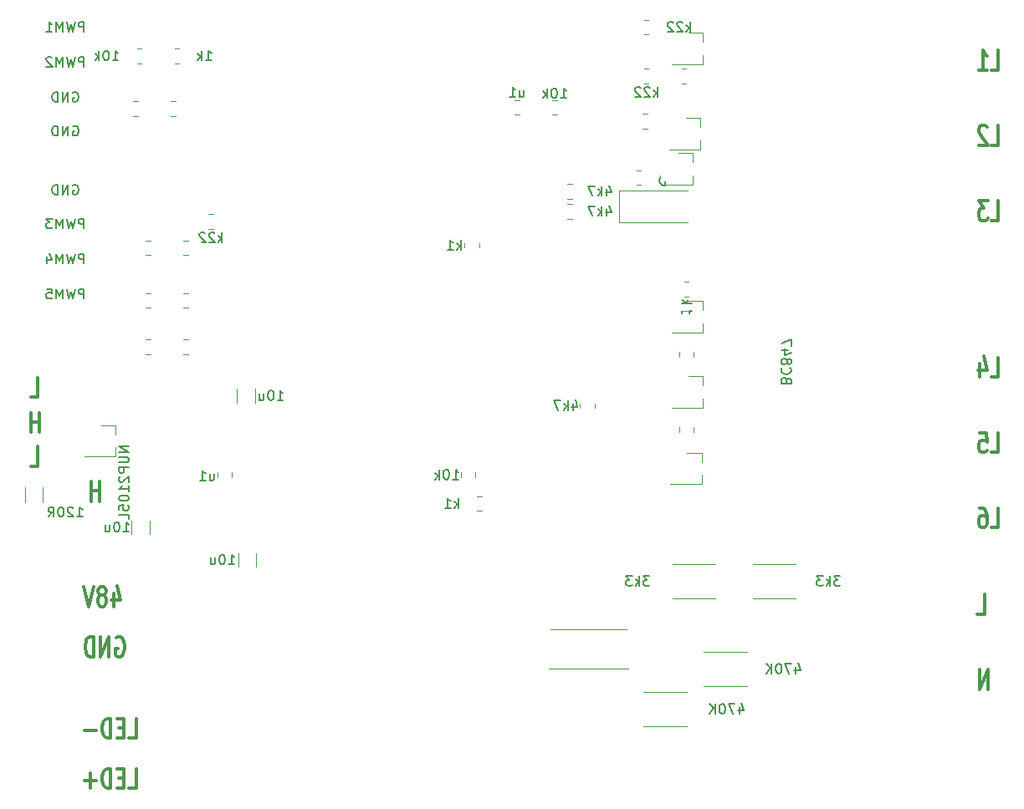
<source format=gbo>
G04 #@! TF.GenerationSoftware,KiCad,Pcbnew,(5.1.8)-1*
G04 #@! TF.CreationDate,2021-05-03T11:51:10+02:00*
G04 #@! TF.ProjectId,sensactOutdoor,73656e73-6163-4744-9f75-74646f6f722e,rev?*
G04 #@! TF.SameCoordinates,Original*
G04 #@! TF.FileFunction,Legend,Bot*
G04 #@! TF.FilePolarity,Positive*
%FSLAX46Y46*%
G04 Gerber Fmt 4.6, Leading zero omitted, Abs format (unit mm)*
G04 Created by KiCad (PCBNEW (5.1.8)-1) date 2021-05-03 11:51:10*
%MOMM*%
%LPD*%
G01*
G04 APERTURE LIST*
%ADD10C,0.300000*%
%ADD11C,0.200000*%
%ADD12C,0.120000*%
%ADD13C,0.150000*%
%ADD14O,2.000000X1.500000*%
%ADD15C,2.000000*%
%ADD16O,1.000000X1.000000*%
%ADD17R,1.000000X1.000000*%
%ADD18C,1.524000*%
%ADD19R,1.524000X1.524000*%
%ADD20C,1.650000*%
%ADD21O,3.600000X1.800000*%
%ADD22R,1.900000X0.800000*%
%ADD23O,1.950000X1.700000*%
%ADD24C,1.500000*%
%ADD25R,1.500000X1.500000*%
%ADD26C,1.800000*%
%ADD27O,1.600000X2.000000*%
%ADD28R,2.300000X1.500000*%
%ADD29C,1.600000*%
%ADD30R,3.500000X1.800000*%
%ADD31O,1.700000X1.700000*%
%ADD32R,1.700000X1.700000*%
%ADD33C,3.200000*%
%ADD34O,3.600000X2.100000*%
%ADD35C,0.100000*%
%ADD36O,1.905000X2.000000*%
%ADD37R,1.905000X2.000000*%
%ADD38R,5.000000X5.000000*%
%ADD39R,1.800000X1.800000*%
%ADD40O,3.600000X2.080000*%
G04 APERTURE END LIST*
D10*
X123178428Y-26939761D02*
X123892714Y-26939761D01*
X123892714Y-24939761D01*
X121892714Y-26939761D02*
X122749857Y-26939761D01*
X122321285Y-26939761D02*
X122321285Y-24939761D01*
X122464142Y-25225476D01*
X122607000Y-25415952D01*
X122749857Y-25511190D01*
X123178428Y-34559761D02*
X123892714Y-34559761D01*
X123892714Y-32559761D01*
X122749857Y-32750238D02*
X122678428Y-32655000D01*
X122535571Y-32559761D01*
X122178428Y-32559761D01*
X122035571Y-32655000D01*
X121964142Y-32750238D01*
X121892714Y-32940714D01*
X121892714Y-33131190D01*
X121964142Y-33416904D01*
X122821285Y-34559761D01*
X121892714Y-34559761D01*
X123178428Y-42179761D02*
X123892714Y-42179761D01*
X123892714Y-40179761D01*
X122821285Y-40179761D02*
X121892714Y-40179761D01*
X122392714Y-40941666D01*
X122178428Y-40941666D01*
X122035571Y-41036904D01*
X121964142Y-41132142D01*
X121892714Y-41322619D01*
X121892714Y-41798809D01*
X121964142Y-41989285D01*
X122035571Y-42084523D01*
X122178428Y-42179761D01*
X122607000Y-42179761D01*
X122749857Y-42084523D01*
X122821285Y-41989285D01*
X123178428Y-58054761D02*
X123892714Y-58054761D01*
X123892714Y-56054761D01*
X122035571Y-56721428D02*
X122035571Y-58054761D01*
X122392714Y-55959523D02*
X122749857Y-57388095D01*
X121821285Y-57388095D01*
X123178428Y-65674761D02*
X123892714Y-65674761D01*
X123892714Y-63674761D01*
X121964142Y-63674761D02*
X122678428Y-63674761D01*
X122749857Y-64627142D01*
X122678428Y-64531904D01*
X122535571Y-64436666D01*
X122178428Y-64436666D01*
X122035571Y-64531904D01*
X121964142Y-64627142D01*
X121892714Y-64817619D01*
X121892714Y-65293809D01*
X121964142Y-65484285D01*
X122035571Y-65579523D01*
X122178428Y-65674761D01*
X122535571Y-65674761D01*
X122678428Y-65579523D01*
X122749857Y-65484285D01*
X123178428Y-73294761D02*
X123892714Y-73294761D01*
X123892714Y-71294761D01*
X122035571Y-71294761D02*
X122321285Y-71294761D01*
X122464142Y-71390000D01*
X122535571Y-71485238D01*
X122678428Y-71770952D01*
X122749857Y-72151904D01*
X122749857Y-72913809D01*
X122678428Y-73104285D01*
X122607000Y-73199523D01*
X122464142Y-73294761D01*
X122178428Y-73294761D01*
X122035571Y-73199523D01*
X121964142Y-73104285D01*
X121892714Y-72913809D01*
X121892714Y-72437619D01*
X121964142Y-72247142D01*
X122035571Y-72151904D01*
X122178428Y-72056666D01*
X122464142Y-72056666D01*
X122607000Y-72151904D01*
X122678428Y-72247142D01*
X122749857Y-72437619D01*
X122821285Y-89677761D02*
X122821285Y-87677761D01*
X121964142Y-89677761D01*
X121964142Y-87677761D01*
X121749857Y-82057761D02*
X122464142Y-82057761D01*
X122464142Y-80057761D01*
X35913142Y-99710761D02*
X36627428Y-99710761D01*
X36627428Y-97710761D01*
X35413142Y-98663142D02*
X34913142Y-98663142D01*
X34698857Y-99710761D02*
X35413142Y-99710761D01*
X35413142Y-97710761D01*
X34698857Y-97710761D01*
X34056000Y-99710761D02*
X34056000Y-97710761D01*
X33698857Y-97710761D01*
X33484571Y-97806000D01*
X33341714Y-97996476D01*
X33270285Y-98186952D01*
X33198857Y-98567904D01*
X33198857Y-98853619D01*
X33270285Y-99234571D01*
X33341714Y-99425047D01*
X33484571Y-99615523D01*
X33698857Y-99710761D01*
X34056000Y-99710761D01*
X32556000Y-98948857D02*
X31413142Y-98948857D01*
X31984571Y-99710761D02*
X31984571Y-98186952D01*
X35913142Y-94630761D02*
X36627428Y-94630761D01*
X36627428Y-92630761D01*
X35413142Y-93583142D02*
X34913142Y-93583142D01*
X34698857Y-94630761D02*
X35413142Y-94630761D01*
X35413142Y-92630761D01*
X34698857Y-92630761D01*
X34056000Y-94630761D02*
X34056000Y-92630761D01*
X33698857Y-92630761D01*
X33484571Y-92726000D01*
X33341714Y-92916476D01*
X33270285Y-93106952D01*
X33198857Y-93487904D01*
X33198857Y-93773619D01*
X33270285Y-94154571D01*
X33341714Y-94345047D01*
X33484571Y-94535523D01*
X33698857Y-94630761D01*
X34056000Y-94630761D01*
X32556000Y-93868857D02*
X31413142Y-93868857D01*
X34611571Y-84471000D02*
X34754428Y-84375761D01*
X34968714Y-84375761D01*
X35183000Y-84471000D01*
X35325857Y-84661476D01*
X35397285Y-84851952D01*
X35468714Y-85232904D01*
X35468714Y-85518619D01*
X35397285Y-85899571D01*
X35325857Y-86090047D01*
X35183000Y-86280523D01*
X34968714Y-86375761D01*
X34825857Y-86375761D01*
X34611571Y-86280523D01*
X34540142Y-86185285D01*
X34540142Y-85518619D01*
X34825857Y-85518619D01*
X33897285Y-86375761D02*
X33897285Y-84375761D01*
X33040142Y-86375761D01*
X33040142Y-84375761D01*
X32325857Y-86375761D02*
X32325857Y-84375761D01*
X31968714Y-84375761D01*
X31754428Y-84471000D01*
X31611571Y-84661476D01*
X31540142Y-84851952D01*
X31468714Y-85232904D01*
X31468714Y-85518619D01*
X31540142Y-85899571D01*
X31611571Y-86090047D01*
X31754428Y-86280523D01*
X31968714Y-86375761D01*
X32325857Y-86375761D01*
X34325857Y-79962428D02*
X34325857Y-81295761D01*
X34683000Y-79200523D02*
X35040142Y-80629095D01*
X34111571Y-80629095D01*
X33325857Y-80152904D02*
X33468714Y-80057666D01*
X33540142Y-79962428D01*
X33611571Y-79771952D01*
X33611571Y-79676714D01*
X33540142Y-79486238D01*
X33468714Y-79391000D01*
X33325857Y-79295761D01*
X33040142Y-79295761D01*
X32897285Y-79391000D01*
X32825857Y-79486238D01*
X32754428Y-79676714D01*
X32754428Y-79771952D01*
X32825857Y-79962428D01*
X32897285Y-80057666D01*
X33040142Y-80152904D01*
X33325857Y-80152904D01*
X33468714Y-80248142D01*
X33540142Y-80343380D01*
X33611571Y-80533857D01*
X33611571Y-80914809D01*
X33540142Y-81105285D01*
X33468714Y-81200523D01*
X33325857Y-81295761D01*
X33040142Y-81295761D01*
X32897285Y-81200523D01*
X32825857Y-81105285D01*
X32754428Y-80914809D01*
X32754428Y-80533857D01*
X32825857Y-80343380D01*
X32897285Y-80248142D01*
X33040142Y-80152904D01*
X32325857Y-79295761D02*
X31825857Y-81295761D01*
X31325857Y-79295761D01*
X32940571Y-70627761D02*
X32940571Y-68627761D01*
X32940571Y-69580142D02*
X32083428Y-69580142D01*
X32083428Y-70627761D02*
X32083428Y-68627761D01*
X25951714Y-67071761D02*
X26666000Y-67071761D01*
X26666000Y-65071761D01*
X26844571Y-63642761D02*
X26844571Y-61642761D01*
X26844571Y-62595142D02*
X25987428Y-62595142D01*
X25987428Y-63642761D02*
X25987428Y-61642761D01*
X25951714Y-60086761D02*
X26666000Y-60086761D01*
X26666000Y-58086761D01*
D11*
X31344952Y-50109380D02*
X31344952Y-49109380D01*
X30964000Y-49109380D01*
X30868761Y-49157000D01*
X30821142Y-49204619D01*
X30773523Y-49299857D01*
X30773523Y-49442714D01*
X30821142Y-49537952D01*
X30868761Y-49585571D01*
X30964000Y-49633190D01*
X31344952Y-49633190D01*
X30440190Y-49109380D02*
X30202095Y-50109380D01*
X30011619Y-49395095D01*
X29821142Y-50109380D01*
X29583047Y-49109380D01*
X29202095Y-50109380D02*
X29202095Y-49109380D01*
X28868761Y-49823666D01*
X28535428Y-49109380D01*
X28535428Y-50109380D01*
X27583047Y-49109380D02*
X28059238Y-49109380D01*
X28106857Y-49585571D01*
X28059238Y-49537952D01*
X27964000Y-49490333D01*
X27725904Y-49490333D01*
X27630666Y-49537952D01*
X27583047Y-49585571D01*
X27535428Y-49680809D01*
X27535428Y-49918904D01*
X27583047Y-50014142D01*
X27630666Y-50061761D01*
X27725904Y-50109380D01*
X27964000Y-50109380D01*
X28059238Y-50061761D01*
X28106857Y-50014142D01*
X31344952Y-46553380D02*
X31344952Y-45553380D01*
X30964000Y-45553380D01*
X30868761Y-45601000D01*
X30821142Y-45648619D01*
X30773523Y-45743857D01*
X30773523Y-45886714D01*
X30821142Y-45981952D01*
X30868761Y-46029571D01*
X30964000Y-46077190D01*
X31344952Y-46077190D01*
X30440190Y-45553380D02*
X30202095Y-46553380D01*
X30011619Y-45839095D01*
X29821142Y-46553380D01*
X29583047Y-45553380D01*
X29202095Y-46553380D02*
X29202095Y-45553380D01*
X28868761Y-46267666D01*
X28535428Y-45553380D01*
X28535428Y-46553380D01*
X27630666Y-45886714D02*
X27630666Y-46553380D01*
X27868761Y-45505761D02*
X28106857Y-46220047D01*
X27487809Y-46220047D01*
X30225904Y-38616000D02*
X30321142Y-38568380D01*
X30464000Y-38568380D01*
X30606857Y-38616000D01*
X30702095Y-38711238D01*
X30749714Y-38806476D01*
X30797333Y-38996952D01*
X30797333Y-39139809D01*
X30749714Y-39330285D01*
X30702095Y-39425523D01*
X30606857Y-39520761D01*
X30464000Y-39568380D01*
X30368761Y-39568380D01*
X30225904Y-39520761D01*
X30178285Y-39473142D01*
X30178285Y-39139809D01*
X30368761Y-39139809D01*
X29749714Y-39568380D02*
X29749714Y-38568380D01*
X29178285Y-39568380D01*
X29178285Y-38568380D01*
X28702095Y-39568380D02*
X28702095Y-38568380D01*
X28464000Y-38568380D01*
X28321142Y-38616000D01*
X28225904Y-38711238D01*
X28178285Y-38806476D01*
X28130666Y-38996952D01*
X28130666Y-39139809D01*
X28178285Y-39330285D01*
X28225904Y-39425523D01*
X28321142Y-39520761D01*
X28464000Y-39568380D01*
X28702095Y-39568380D01*
X31344952Y-42997380D02*
X31344952Y-41997380D01*
X30964000Y-41997380D01*
X30868761Y-42045000D01*
X30821142Y-42092619D01*
X30773523Y-42187857D01*
X30773523Y-42330714D01*
X30821142Y-42425952D01*
X30868761Y-42473571D01*
X30964000Y-42521190D01*
X31344952Y-42521190D01*
X30440190Y-41997380D02*
X30202095Y-42997380D01*
X30011619Y-42283095D01*
X29821142Y-42997380D01*
X29583047Y-41997380D01*
X29202095Y-42997380D02*
X29202095Y-41997380D01*
X28868761Y-42711666D01*
X28535428Y-41997380D01*
X28535428Y-42997380D01*
X28154476Y-41997380D02*
X27535428Y-41997380D01*
X27868761Y-42378333D01*
X27725904Y-42378333D01*
X27630666Y-42425952D01*
X27583047Y-42473571D01*
X27535428Y-42568809D01*
X27535428Y-42806904D01*
X27583047Y-42902142D01*
X27630666Y-42949761D01*
X27725904Y-42997380D01*
X28011619Y-42997380D01*
X28106857Y-42949761D01*
X28154476Y-42902142D01*
X30225904Y-32647000D02*
X30321142Y-32599380D01*
X30464000Y-32599380D01*
X30606857Y-32647000D01*
X30702095Y-32742238D01*
X30749714Y-32837476D01*
X30797333Y-33027952D01*
X30797333Y-33170809D01*
X30749714Y-33361285D01*
X30702095Y-33456523D01*
X30606857Y-33551761D01*
X30464000Y-33599380D01*
X30368761Y-33599380D01*
X30225904Y-33551761D01*
X30178285Y-33504142D01*
X30178285Y-33170809D01*
X30368761Y-33170809D01*
X29749714Y-33599380D02*
X29749714Y-32599380D01*
X29178285Y-33599380D01*
X29178285Y-32599380D01*
X28702095Y-33599380D02*
X28702095Y-32599380D01*
X28464000Y-32599380D01*
X28321142Y-32647000D01*
X28225904Y-32742238D01*
X28178285Y-32837476D01*
X28130666Y-33027952D01*
X28130666Y-33170809D01*
X28178285Y-33361285D01*
X28225904Y-33456523D01*
X28321142Y-33551761D01*
X28464000Y-33599380D01*
X28702095Y-33599380D01*
X30225904Y-29218000D02*
X30321142Y-29170380D01*
X30464000Y-29170380D01*
X30606857Y-29218000D01*
X30702095Y-29313238D01*
X30749714Y-29408476D01*
X30797333Y-29598952D01*
X30797333Y-29741809D01*
X30749714Y-29932285D01*
X30702095Y-30027523D01*
X30606857Y-30122761D01*
X30464000Y-30170380D01*
X30368761Y-30170380D01*
X30225904Y-30122761D01*
X30178285Y-30075142D01*
X30178285Y-29741809D01*
X30368761Y-29741809D01*
X29749714Y-30170380D02*
X29749714Y-29170380D01*
X29178285Y-30170380D01*
X29178285Y-29170380D01*
X28702095Y-30170380D02*
X28702095Y-29170380D01*
X28464000Y-29170380D01*
X28321142Y-29218000D01*
X28225904Y-29313238D01*
X28178285Y-29408476D01*
X28130666Y-29598952D01*
X28130666Y-29741809D01*
X28178285Y-29932285D01*
X28225904Y-30027523D01*
X28321142Y-30122761D01*
X28464000Y-30170380D01*
X28702095Y-30170380D01*
X31344952Y-26614380D02*
X31344952Y-25614380D01*
X30964000Y-25614380D01*
X30868761Y-25662000D01*
X30821142Y-25709619D01*
X30773523Y-25804857D01*
X30773523Y-25947714D01*
X30821142Y-26042952D01*
X30868761Y-26090571D01*
X30964000Y-26138190D01*
X31344952Y-26138190D01*
X30440190Y-25614380D02*
X30202095Y-26614380D01*
X30011619Y-25900095D01*
X29821142Y-26614380D01*
X29583047Y-25614380D01*
X29202095Y-26614380D02*
X29202095Y-25614380D01*
X28868761Y-26328666D01*
X28535428Y-25614380D01*
X28535428Y-26614380D01*
X28106857Y-25709619D02*
X28059238Y-25662000D01*
X27964000Y-25614380D01*
X27725904Y-25614380D01*
X27630666Y-25662000D01*
X27583047Y-25709619D01*
X27535428Y-25804857D01*
X27535428Y-25900095D01*
X27583047Y-26042952D01*
X28154476Y-26614380D01*
X27535428Y-26614380D01*
X31344952Y-23058380D02*
X31344952Y-22058380D01*
X30964000Y-22058380D01*
X30868761Y-22106000D01*
X30821142Y-22153619D01*
X30773523Y-22248857D01*
X30773523Y-22391714D01*
X30821142Y-22486952D01*
X30868761Y-22534571D01*
X30964000Y-22582190D01*
X31344952Y-22582190D01*
X30440190Y-22058380D02*
X30202095Y-23058380D01*
X30011619Y-22344095D01*
X29821142Y-23058380D01*
X29583047Y-22058380D01*
X29202095Y-23058380D02*
X29202095Y-22058380D01*
X28868761Y-22772666D01*
X28535428Y-22058380D01*
X28535428Y-23058380D01*
X27535428Y-23058380D02*
X28106857Y-23058380D01*
X27821142Y-23058380D02*
X27821142Y-22058380D01*
X27916380Y-22201238D01*
X28011619Y-22296476D01*
X28106857Y-22344095D01*
D12*
X71347000Y-44931064D02*
X71347000Y-44476936D01*
X69877000Y-44931064D02*
X69877000Y-44476936D01*
X48789000Y-75869748D02*
X48789000Y-77292252D01*
X46969000Y-75869748D02*
X46969000Y-77292252D01*
X34566000Y-62936000D02*
X34566000Y-63866000D01*
X34566000Y-66096000D02*
X34566000Y-65166000D01*
X34566000Y-66096000D02*
X31406000Y-66096000D01*
X34566000Y-62936000D02*
X33106000Y-62936000D01*
X36174000Y-72567748D02*
X36174000Y-73990252D01*
X37994000Y-72567748D02*
X37994000Y-73990252D01*
X93851000Y-65730000D02*
X92391000Y-65730000D01*
X93851000Y-68890000D02*
X90691000Y-68890000D01*
X93851000Y-68890000D02*
X93851000Y-67960000D01*
X93851000Y-65730000D02*
X93851000Y-66660000D01*
X44423064Y-41556000D02*
X43968936Y-41556000D01*
X44423064Y-43026000D02*
X43968936Y-43026000D01*
X88492064Y-26824000D02*
X88037936Y-26824000D01*
X88492064Y-28294000D02*
X88037936Y-28294000D01*
X93978000Y-23185000D02*
X93978000Y-24115000D01*
X93978000Y-26345000D02*
X93978000Y-25415000D01*
X93978000Y-26345000D02*
X90818000Y-26345000D01*
X93978000Y-23185000D02*
X92518000Y-23185000D01*
X25379000Y-69249936D02*
X25379000Y-70704064D01*
X27199000Y-69249936D02*
X27199000Y-70704064D01*
X87992936Y-93404000D02*
X92347064Y-93404000D01*
X87992936Y-89984000D02*
X92347064Y-89984000D01*
X71601064Y-71601000D02*
X71146936Y-71601000D01*
X71601064Y-70131000D02*
X71146936Y-70131000D01*
X48662000Y-59232748D02*
X48662000Y-60655252D01*
X46842000Y-59232748D02*
X46842000Y-60655252D01*
X86423000Y-83748000D02*
X88123000Y-83748000D01*
X78423000Y-87448000D02*
X78423000Y-87598000D01*
X78423000Y-87598000D02*
X86423000Y-87598000D01*
X86423000Y-87598000D02*
X86423000Y-87448000D01*
X86423000Y-83748000D02*
X86423000Y-83598000D01*
X86423000Y-83598000D02*
X78423000Y-83598000D01*
X78423000Y-83598000D02*
X78423000Y-83748000D01*
X94088936Y-89340000D02*
X98443064Y-89340000D01*
X94088936Y-85920000D02*
X98443064Y-85920000D01*
X99041936Y-80450000D02*
X103396064Y-80450000D01*
X99041936Y-77030000D02*
X103396064Y-77030000D01*
X90913936Y-80450000D02*
X95268064Y-80450000D01*
X90913936Y-77030000D02*
X95268064Y-77030000D01*
X69496000Y-68172064D02*
X69496000Y-67717936D01*
X70966000Y-68172064D02*
X70966000Y-67717936D01*
X85516000Y-42417000D02*
X85516000Y-39117000D01*
X85516000Y-39117000D02*
X92416000Y-39117000D01*
X85516000Y-42417000D02*
X92416000Y-42417000D01*
X81561000Y-61187064D02*
X81561000Y-60732936D01*
X83031000Y-61187064D02*
X83031000Y-60732936D01*
X46328000Y-68206252D02*
X46328000Y-67683748D01*
X44858000Y-68206252D02*
X44858000Y-67683748D01*
X80290936Y-39978000D02*
X80745064Y-39978000D01*
X80290936Y-38508000D02*
X80745064Y-38508000D01*
X80290936Y-42010000D02*
X80745064Y-42010000D01*
X80290936Y-40540000D02*
X80745064Y-40540000D01*
X78766936Y-31469000D02*
X79221064Y-31469000D01*
X78766936Y-29999000D02*
X79221064Y-29999000D01*
X74901248Y-31469000D02*
X75423752Y-31469000D01*
X74901248Y-29999000D02*
X75423752Y-29999000D01*
X41883064Y-49557000D02*
X41428936Y-49557000D01*
X41883064Y-51027000D02*
X41428936Y-51027000D01*
X41883064Y-44223000D02*
X41428936Y-44223000D01*
X41883064Y-45693000D02*
X41428936Y-45693000D01*
X93064000Y-63145936D02*
X93064000Y-63600064D01*
X91594000Y-63145936D02*
X91594000Y-63600064D01*
X93064000Y-55525936D02*
X93064000Y-55980064D01*
X91594000Y-55525936D02*
X91594000Y-55980064D01*
X93978000Y-57983000D02*
X92518000Y-57983000D01*
X93978000Y-61143000D02*
X90818000Y-61143000D01*
X93978000Y-61143000D02*
X93978000Y-60213000D01*
X93978000Y-57983000D02*
X93978000Y-58913000D01*
X38073064Y-49557000D02*
X37618936Y-49557000D01*
X38073064Y-51027000D02*
X37618936Y-51027000D01*
X38073064Y-44223000D02*
X37618936Y-44223000D01*
X38073064Y-45693000D02*
X37618936Y-45693000D01*
X36803064Y-30126000D02*
X36348936Y-30126000D01*
X36803064Y-31596000D02*
X36348936Y-31596000D01*
X40613064Y-30126000D02*
X40158936Y-30126000D01*
X40613064Y-31596000D02*
X40158936Y-31596000D01*
X37184064Y-24792000D02*
X36729936Y-24792000D01*
X37184064Y-26262000D02*
X36729936Y-26262000D01*
X40994064Y-24792000D02*
X40539936Y-24792000D01*
X40994064Y-26262000D02*
X40539936Y-26262000D01*
X88037936Y-23341000D02*
X88492064Y-23341000D01*
X88037936Y-21871000D02*
X88492064Y-21871000D01*
X38073064Y-54256000D02*
X37618936Y-54256000D01*
X38073064Y-55726000D02*
X37618936Y-55726000D01*
X41883064Y-54256000D02*
X41428936Y-54256000D01*
X41883064Y-55726000D02*
X41428936Y-55726000D01*
X92101936Y-49884000D02*
X92556064Y-49884000D01*
X92101936Y-48414000D02*
X92556064Y-48414000D01*
X87275936Y-38581000D02*
X87730064Y-38581000D01*
X87275936Y-37111000D02*
X87730064Y-37111000D01*
X87910936Y-32866000D02*
X88365064Y-32866000D01*
X87910936Y-31396000D02*
X88365064Y-31396000D01*
X91847936Y-28294000D02*
X92302064Y-28294000D01*
X91847936Y-26824000D02*
X92302064Y-26824000D01*
X93978000Y-50363000D02*
X93978000Y-51293000D01*
X93978000Y-53523000D02*
X93978000Y-52593000D01*
X93978000Y-53523000D02*
X90818000Y-53523000D01*
X93978000Y-50363000D02*
X92518000Y-50363000D01*
X92962000Y-35377000D02*
X92962000Y-36307000D01*
X92962000Y-38537000D02*
X92962000Y-37607000D01*
X92962000Y-38537000D02*
X89802000Y-38537000D01*
X92962000Y-35377000D02*
X91502000Y-35377000D01*
X93724000Y-31821000D02*
X93724000Y-32751000D01*
X93724000Y-34981000D02*
X93724000Y-34051000D01*
X93724000Y-34981000D02*
X90564000Y-34981000D01*
X93724000Y-31821000D02*
X92264000Y-31821000D01*
D13*
X69476857Y-45156380D02*
X69476857Y-44156380D01*
X69381619Y-44775428D02*
X69095904Y-45156380D01*
X69095904Y-44489714D02*
X69476857Y-44870666D01*
X68143523Y-45156380D02*
X68714952Y-45156380D01*
X68429238Y-45156380D02*
X68429238Y-44156380D01*
X68524476Y-44299238D01*
X68619714Y-44394476D01*
X68714952Y-44442095D01*
X45981857Y-77033380D02*
X46553285Y-77033380D01*
X46267571Y-77033380D02*
X46267571Y-76033380D01*
X46362809Y-76176238D01*
X46458047Y-76271476D01*
X46553285Y-76319095D01*
X45362809Y-76033380D02*
X45267571Y-76033380D01*
X45172333Y-76081000D01*
X45124714Y-76128619D01*
X45077095Y-76223857D01*
X45029476Y-76414333D01*
X45029476Y-76652428D01*
X45077095Y-76842904D01*
X45124714Y-76938142D01*
X45172333Y-76985761D01*
X45267571Y-77033380D01*
X45362809Y-77033380D01*
X45458047Y-76985761D01*
X45505666Y-76938142D01*
X45553285Y-76842904D01*
X45600904Y-76652428D01*
X45600904Y-76414333D01*
X45553285Y-76223857D01*
X45505666Y-76128619D01*
X45458047Y-76081000D01*
X45362809Y-76033380D01*
X44172333Y-76366714D02*
X44172333Y-77033380D01*
X44600904Y-76366714D02*
X44600904Y-76890523D01*
X44553285Y-76985761D01*
X44458047Y-77033380D01*
X44315190Y-77033380D01*
X44219952Y-76985761D01*
X44172333Y-76938142D01*
X35885380Y-65087952D02*
X34885380Y-65087952D01*
X35885380Y-65659380D01*
X34885380Y-65659380D01*
X34885380Y-66135571D02*
X35694904Y-66135571D01*
X35790142Y-66183190D01*
X35837761Y-66230809D01*
X35885380Y-66326047D01*
X35885380Y-66516523D01*
X35837761Y-66611761D01*
X35790142Y-66659380D01*
X35694904Y-66707000D01*
X34885380Y-66707000D01*
X35885380Y-67183190D02*
X34885380Y-67183190D01*
X34885380Y-67564142D01*
X34933000Y-67659380D01*
X34980619Y-67707000D01*
X35075857Y-67754619D01*
X35218714Y-67754619D01*
X35313952Y-67707000D01*
X35361571Y-67659380D01*
X35409190Y-67564142D01*
X35409190Y-67183190D01*
X34980619Y-68135571D02*
X34933000Y-68183190D01*
X34885380Y-68278428D01*
X34885380Y-68516523D01*
X34933000Y-68611761D01*
X34980619Y-68659380D01*
X35075857Y-68707000D01*
X35171095Y-68707000D01*
X35313952Y-68659380D01*
X35885380Y-68087952D01*
X35885380Y-68707000D01*
X35885380Y-69659380D02*
X35885380Y-69087952D01*
X35885380Y-69373666D02*
X34885380Y-69373666D01*
X35028238Y-69278428D01*
X35123476Y-69183190D01*
X35171095Y-69087952D01*
X34885380Y-70278428D02*
X34885380Y-70373666D01*
X34933000Y-70468904D01*
X34980619Y-70516523D01*
X35075857Y-70564142D01*
X35266333Y-70611761D01*
X35504428Y-70611761D01*
X35694904Y-70564142D01*
X35790142Y-70516523D01*
X35837761Y-70468904D01*
X35885380Y-70373666D01*
X35885380Y-70278428D01*
X35837761Y-70183190D01*
X35790142Y-70135571D01*
X35694904Y-70087952D01*
X35504428Y-70040333D01*
X35266333Y-70040333D01*
X35075857Y-70087952D01*
X34980619Y-70135571D01*
X34933000Y-70183190D01*
X34885380Y-70278428D01*
X34885380Y-71516523D02*
X34885380Y-71040333D01*
X35361571Y-70992714D01*
X35313952Y-71040333D01*
X35266333Y-71135571D01*
X35266333Y-71373666D01*
X35313952Y-71468904D01*
X35361571Y-71516523D01*
X35456809Y-71564142D01*
X35694904Y-71564142D01*
X35790142Y-71516523D01*
X35837761Y-71468904D01*
X35885380Y-71373666D01*
X35885380Y-71135571D01*
X35837761Y-71040333D01*
X35790142Y-70992714D01*
X35885380Y-72468904D02*
X35885380Y-71992714D01*
X34885380Y-71992714D01*
X35313857Y-73731380D02*
X35885285Y-73731380D01*
X35599571Y-73731380D02*
X35599571Y-72731380D01*
X35694809Y-72874238D01*
X35790047Y-72969476D01*
X35885285Y-73017095D01*
X34694809Y-72731380D02*
X34599571Y-72731380D01*
X34504333Y-72779000D01*
X34456714Y-72826619D01*
X34409095Y-72921857D01*
X34361476Y-73112333D01*
X34361476Y-73350428D01*
X34409095Y-73540904D01*
X34456714Y-73636142D01*
X34504333Y-73683761D01*
X34599571Y-73731380D01*
X34694809Y-73731380D01*
X34790047Y-73683761D01*
X34837666Y-73636142D01*
X34885285Y-73540904D01*
X34932904Y-73350428D01*
X34932904Y-73112333D01*
X34885285Y-72921857D01*
X34837666Y-72826619D01*
X34790047Y-72779000D01*
X34694809Y-72731380D01*
X33504333Y-73064714D02*
X33504333Y-73731380D01*
X33932904Y-73064714D02*
X33932904Y-73588523D01*
X33885285Y-73683761D01*
X33790047Y-73731380D01*
X33647190Y-73731380D01*
X33551952Y-73683761D01*
X33504333Y-73636142D01*
X45315047Y-44393380D02*
X45315047Y-43393380D01*
X45219809Y-44012428D02*
X44934095Y-44393380D01*
X44934095Y-43726714D02*
X45315047Y-44107666D01*
X44553142Y-43488619D02*
X44505523Y-43441000D01*
X44410285Y-43393380D01*
X44172190Y-43393380D01*
X44076952Y-43441000D01*
X44029333Y-43488619D01*
X43981714Y-43583857D01*
X43981714Y-43679095D01*
X44029333Y-43821952D01*
X44600761Y-44393380D01*
X43981714Y-44393380D01*
X43600761Y-43488619D02*
X43553142Y-43441000D01*
X43457904Y-43393380D01*
X43219809Y-43393380D01*
X43124571Y-43441000D01*
X43076952Y-43488619D01*
X43029333Y-43583857D01*
X43029333Y-43679095D01*
X43076952Y-43821952D01*
X43648380Y-44393380D01*
X43029333Y-44393380D01*
X89384047Y-29662380D02*
X89384047Y-28662380D01*
X89288809Y-29281428D02*
X89003095Y-29662380D01*
X89003095Y-28995714D02*
X89384047Y-29376666D01*
X88622142Y-28757619D02*
X88574523Y-28710000D01*
X88479285Y-28662380D01*
X88241190Y-28662380D01*
X88145952Y-28710000D01*
X88098333Y-28757619D01*
X88050714Y-28852857D01*
X88050714Y-28948095D01*
X88098333Y-29090952D01*
X88669761Y-29662380D01*
X88050714Y-29662380D01*
X87669761Y-28757619D02*
X87622142Y-28710000D01*
X87526904Y-28662380D01*
X87288809Y-28662380D01*
X87193571Y-28710000D01*
X87145952Y-28757619D01*
X87098333Y-28852857D01*
X87098333Y-28948095D01*
X87145952Y-29090952D01*
X87717380Y-29662380D01*
X87098333Y-29662380D01*
X30630666Y-72207380D02*
X31202095Y-72207380D01*
X30916380Y-72207380D02*
X30916380Y-71207380D01*
X31011619Y-71350238D01*
X31106857Y-71445476D01*
X31202095Y-71493095D01*
X30249714Y-71302619D02*
X30202095Y-71255000D01*
X30106857Y-71207380D01*
X29868761Y-71207380D01*
X29773523Y-71255000D01*
X29725904Y-71302619D01*
X29678285Y-71397857D01*
X29678285Y-71493095D01*
X29725904Y-71635952D01*
X30297333Y-72207380D01*
X29678285Y-72207380D01*
X29059238Y-71207380D02*
X28964000Y-71207380D01*
X28868761Y-71255000D01*
X28821142Y-71302619D01*
X28773523Y-71397857D01*
X28725904Y-71588333D01*
X28725904Y-71826428D01*
X28773523Y-72016904D01*
X28821142Y-72112142D01*
X28868761Y-72159761D01*
X28964000Y-72207380D01*
X29059238Y-72207380D01*
X29154476Y-72159761D01*
X29202095Y-72112142D01*
X29249714Y-72016904D01*
X29297333Y-71826428D01*
X29297333Y-71588333D01*
X29249714Y-71397857D01*
X29202095Y-71302619D01*
X29154476Y-71255000D01*
X29059238Y-71207380D01*
X27725904Y-72207380D02*
X28059238Y-71731190D01*
X28297333Y-72207380D02*
X28297333Y-71207380D01*
X27916380Y-71207380D01*
X27821142Y-71255000D01*
X27773523Y-71302619D01*
X27725904Y-71397857D01*
X27725904Y-71540714D01*
X27773523Y-71635952D01*
X27821142Y-71683571D01*
X27916380Y-71731190D01*
X28297333Y-71731190D01*
X97654904Y-91479714D02*
X97654904Y-92146380D01*
X97893000Y-91098761D02*
X98131095Y-91813047D01*
X97512047Y-91813047D01*
X97226333Y-91146380D02*
X96559666Y-91146380D01*
X96988238Y-92146380D01*
X95988238Y-91146380D02*
X95893000Y-91146380D01*
X95797761Y-91194000D01*
X95750142Y-91241619D01*
X95702523Y-91336857D01*
X95654904Y-91527333D01*
X95654904Y-91765428D01*
X95702523Y-91955904D01*
X95750142Y-92051142D01*
X95797761Y-92098761D01*
X95893000Y-92146380D01*
X95988238Y-92146380D01*
X96083476Y-92098761D01*
X96131095Y-92051142D01*
X96178714Y-91955904D01*
X96226333Y-91765428D01*
X96226333Y-91527333D01*
X96178714Y-91336857D01*
X96131095Y-91241619D01*
X96083476Y-91194000D01*
X95988238Y-91146380D01*
X95226333Y-92146380D02*
X95226333Y-91146380D01*
X94654904Y-92146380D02*
X95083476Y-91574952D01*
X94654904Y-91146380D02*
X95226333Y-91717809D01*
X69222857Y-71318380D02*
X69222857Y-70318380D01*
X69127619Y-70937428D02*
X68841904Y-71318380D01*
X68841904Y-70651714D02*
X69222857Y-71032666D01*
X67889523Y-71318380D02*
X68460952Y-71318380D01*
X68175238Y-71318380D02*
X68175238Y-70318380D01*
X68270476Y-70461238D01*
X68365714Y-70556476D01*
X68460952Y-70604095D01*
X50934857Y-60396380D02*
X51506285Y-60396380D01*
X51220571Y-60396380D02*
X51220571Y-59396380D01*
X51315809Y-59539238D01*
X51411047Y-59634476D01*
X51506285Y-59682095D01*
X50315809Y-59396380D02*
X50220571Y-59396380D01*
X50125333Y-59444000D01*
X50077714Y-59491619D01*
X50030095Y-59586857D01*
X49982476Y-59777333D01*
X49982476Y-60015428D01*
X50030095Y-60205904D01*
X50077714Y-60301142D01*
X50125333Y-60348761D01*
X50220571Y-60396380D01*
X50315809Y-60396380D01*
X50411047Y-60348761D01*
X50458666Y-60301142D01*
X50506285Y-60205904D01*
X50553904Y-60015428D01*
X50553904Y-59777333D01*
X50506285Y-59586857D01*
X50458666Y-59491619D01*
X50411047Y-59444000D01*
X50315809Y-59396380D01*
X49125333Y-59729714D02*
X49125333Y-60396380D01*
X49553904Y-59729714D02*
X49553904Y-60253523D01*
X49506285Y-60348761D01*
X49411047Y-60396380D01*
X49268190Y-60396380D01*
X49172952Y-60348761D01*
X49125333Y-60301142D01*
X103369904Y-87415714D02*
X103369904Y-88082380D01*
X103608000Y-87034761D02*
X103846095Y-87749047D01*
X103227047Y-87749047D01*
X102941333Y-87082380D02*
X102274666Y-87082380D01*
X102703238Y-88082380D01*
X101703238Y-87082380D02*
X101608000Y-87082380D01*
X101512761Y-87130000D01*
X101465142Y-87177619D01*
X101417523Y-87272857D01*
X101369904Y-87463333D01*
X101369904Y-87701428D01*
X101417523Y-87891904D01*
X101465142Y-87987142D01*
X101512761Y-88034761D01*
X101608000Y-88082380D01*
X101703238Y-88082380D01*
X101798476Y-88034761D01*
X101846095Y-87987142D01*
X101893714Y-87891904D01*
X101941333Y-87701428D01*
X101941333Y-87463333D01*
X101893714Y-87272857D01*
X101846095Y-87177619D01*
X101798476Y-87130000D01*
X101703238Y-87082380D01*
X100941333Y-88082380D02*
X100941333Y-87082380D01*
X100369904Y-88082380D02*
X100798476Y-87510952D01*
X100369904Y-87082380D02*
X100941333Y-87653809D01*
X107894285Y-78192380D02*
X107275238Y-78192380D01*
X107608571Y-78573333D01*
X107465714Y-78573333D01*
X107370476Y-78620952D01*
X107322857Y-78668571D01*
X107275238Y-78763809D01*
X107275238Y-79001904D01*
X107322857Y-79097142D01*
X107370476Y-79144761D01*
X107465714Y-79192380D01*
X107751428Y-79192380D01*
X107846666Y-79144761D01*
X107894285Y-79097142D01*
X106846666Y-79192380D02*
X106846666Y-78192380D01*
X106751428Y-78811428D02*
X106465714Y-79192380D01*
X106465714Y-78525714D02*
X106846666Y-78906666D01*
X106132380Y-78192380D02*
X105513333Y-78192380D01*
X105846666Y-78573333D01*
X105703809Y-78573333D01*
X105608571Y-78620952D01*
X105560952Y-78668571D01*
X105513333Y-78763809D01*
X105513333Y-79001904D01*
X105560952Y-79097142D01*
X105608571Y-79144761D01*
X105703809Y-79192380D01*
X105989523Y-79192380D01*
X106084761Y-79144761D01*
X106132380Y-79097142D01*
X88590285Y-78192380D02*
X87971238Y-78192380D01*
X88304571Y-78573333D01*
X88161714Y-78573333D01*
X88066476Y-78620952D01*
X88018857Y-78668571D01*
X87971238Y-78763809D01*
X87971238Y-79001904D01*
X88018857Y-79097142D01*
X88066476Y-79144761D01*
X88161714Y-79192380D01*
X88447428Y-79192380D01*
X88542666Y-79144761D01*
X88590285Y-79097142D01*
X87542666Y-79192380D02*
X87542666Y-78192380D01*
X87447428Y-78811428D02*
X87161714Y-79192380D01*
X87161714Y-78525714D02*
X87542666Y-78906666D01*
X86828380Y-78192380D02*
X86209333Y-78192380D01*
X86542666Y-78573333D01*
X86399809Y-78573333D01*
X86304571Y-78620952D01*
X86256952Y-78668571D01*
X86209333Y-78763809D01*
X86209333Y-79001904D01*
X86256952Y-79097142D01*
X86304571Y-79144761D01*
X86399809Y-79192380D01*
X86685523Y-79192380D01*
X86780761Y-79144761D01*
X86828380Y-79097142D01*
X68667238Y-68413380D02*
X69238666Y-68413380D01*
X68952952Y-68413380D02*
X68952952Y-67413380D01*
X69048190Y-67556238D01*
X69143428Y-67651476D01*
X69238666Y-67699095D01*
X68048190Y-67413380D02*
X67952952Y-67413380D01*
X67857714Y-67461000D01*
X67810095Y-67508619D01*
X67762476Y-67603857D01*
X67714857Y-67794333D01*
X67714857Y-68032428D01*
X67762476Y-68222904D01*
X67810095Y-68318142D01*
X67857714Y-68365761D01*
X67952952Y-68413380D01*
X68048190Y-68413380D01*
X68143428Y-68365761D01*
X68191047Y-68318142D01*
X68238666Y-68222904D01*
X68286285Y-68032428D01*
X68286285Y-67794333D01*
X68238666Y-67603857D01*
X68191047Y-67508619D01*
X68143428Y-67461000D01*
X68048190Y-67413380D01*
X67286285Y-68413380D02*
X67286285Y-67413380D01*
X67191047Y-68032428D02*
X66905333Y-68413380D01*
X66905333Y-67746714D02*
X67286285Y-68127666D01*
X90177904Y-38619380D02*
X90177904Y-37619380D01*
X89939809Y-37619380D01*
X89796952Y-37667000D01*
X89701714Y-37762238D01*
X89654095Y-37857476D01*
X89606476Y-38047952D01*
X89606476Y-38190809D01*
X89654095Y-38381285D01*
X89701714Y-38476523D01*
X89796952Y-38571761D01*
X89939809Y-38619380D01*
X90177904Y-38619380D01*
X80827476Y-60745714D02*
X80827476Y-61412380D01*
X81065571Y-60364761D02*
X81303666Y-61079047D01*
X80684619Y-61079047D01*
X80303666Y-61412380D02*
X80303666Y-60412380D01*
X80208428Y-61031428D02*
X79922714Y-61412380D01*
X79922714Y-60745714D02*
X80303666Y-61126666D01*
X79589380Y-60412380D02*
X78922714Y-60412380D01*
X79351285Y-61412380D01*
X44076904Y-67857714D02*
X44076904Y-68524380D01*
X44505476Y-67857714D02*
X44505476Y-68381523D01*
X44457857Y-68476761D01*
X44362619Y-68524380D01*
X44219761Y-68524380D01*
X44124523Y-68476761D01*
X44076904Y-68429142D01*
X43076904Y-68524380D02*
X43648333Y-68524380D01*
X43362619Y-68524380D02*
X43362619Y-67524380D01*
X43457857Y-67667238D01*
X43553095Y-67762476D01*
X43648333Y-67810095D01*
X84256476Y-39028714D02*
X84256476Y-39695380D01*
X84494571Y-38647761D02*
X84732666Y-39362047D01*
X84113619Y-39362047D01*
X83732666Y-39695380D02*
X83732666Y-38695380D01*
X83637428Y-39314428D02*
X83351714Y-39695380D01*
X83351714Y-39028714D02*
X83732666Y-39409666D01*
X83018380Y-38695380D02*
X82351714Y-38695380D01*
X82780285Y-39695380D01*
X84256476Y-41060714D02*
X84256476Y-41727380D01*
X84494571Y-40679761D02*
X84732666Y-41394047D01*
X84113619Y-41394047D01*
X83732666Y-41727380D02*
X83732666Y-40727380D01*
X83637428Y-41346428D02*
X83351714Y-41727380D01*
X83351714Y-41060714D02*
X83732666Y-41441666D01*
X83018380Y-40727380D02*
X82351714Y-40727380D01*
X82780285Y-41727380D01*
X79589238Y-29789380D02*
X80160666Y-29789380D01*
X79874952Y-29789380D02*
X79874952Y-28789380D01*
X79970190Y-28932238D01*
X80065428Y-29027476D01*
X80160666Y-29075095D01*
X78970190Y-28789380D02*
X78874952Y-28789380D01*
X78779714Y-28837000D01*
X78732095Y-28884619D01*
X78684476Y-28979857D01*
X78636857Y-29170333D01*
X78636857Y-29408428D01*
X78684476Y-29598904D01*
X78732095Y-29694142D01*
X78779714Y-29741761D01*
X78874952Y-29789380D01*
X78970190Y-29789380D01*
X79065428Y-29741761D01*
X79113047Y-29694142D01*
X79160666Y-29598904D01*
X79208285Y-29408428D01*
X79208285Y-29170333D01*
X79160666Y-28979857D01*
X79113047Y-28884619D01*
X79065428Y-28837000D01*
X78970190Y-28789380D01*
X78208285Y-29789380D02*
X78208285Y-28789380D01*
X78113047Y-29408428D02*
X77827333Y-29789380D01*
X77827333Y-29122714D02*
X78208285Y-29503666D01*
X75445904Y-28995714D02*
X75445904Y-29662380D01*
X75874476Y-28995714D02*
X75874476Y-29519523D01*
X75826857Y-29614761D01*
X75731619Y-29662380D01*
X75588761Y-29662380D01*
X75493523Y-29614761D01*
X75445904Y-29567142D01*
X74445904Y-29662380D02*
X75017333Y-29662380D01*
X74731619Y-29662380D02*
X74731619Y-28662380D01*
X74826857Y-28805238D01*
X74922095Y-28900476D01*
X75017333Y-28948095D01*
X34250238Y-25979380D02*
X34821666Y-25979380D01*
X34535952Y-25979380D02*
X34535952Y-24979380D01*
X34631190Y-25122238D01*
X34726428Y-25217476D01*
X34821666Y-25265095D01*
X33631190Y-24979380D02*
X33535952Y-24979380D01*
X33440714Y-25027000D01*
X33393095Y-25074619D01*
X33345476Y-25169857D01*
X33297857Y-25360333D01*
X33297857Y-25598428D01*
X33345476Y-25788904D01*
X33393095Y-25884142D01*
X33440714Y-25931761D01*
X33535952Y-25979380D01*
X33631190Y-25979380D01*
X33726428Y-25931761D01*
X33774047Y-25884142D01*
X33821666Y-25788904D01*
X33869285Y-25598428D01*
X33869285Y-25360333D01*
X33821666Y-25169857D01*
X33774047Y-25074619D01*
X33726428Y-25027000D01*
X33631190Y-24979380D01*
X32869285Y-25979380D02*
X32869285Y-24979380D01*
X32774047Y-25598428D02*
X32488333Y-25979380D01*
X32488333Y-25312714D02*
X32869285Y-25693666D01*
X43680047Y-25979380D02*
X44251476Y-25979380D01*
X43965761Y-25979380D02*
X43965761Y-24979380D01*
X44061000Y-25122238D01*
X44156238Y-25217476D01*
X44251476Y-25265095D01*
X43251476Y-25979380D02*
X43251476Y-24979380D01*
X43156238Y-25598428D02*
X42870523Y-25979380D01*
X42870523Y-25312714D02*
X43251476Y-25693666D01*
X92686047Y-23058380D02*
X92686047Y-22058380D01*
X92590809Y-22677428D02*
X92305095Y-23058380D01*
X92305095Y-22391714D02*
X92686047Y-22772666D01*
X91924142Y-22153619D02*
X91876523Y-22106000D01*
X91781285Y-22058380D01*
X91543190Y-22058380D01*
X91447952Y-22106000D01*
X91400333Y-22153619D01*
X91352714Y-22248857D01*
X91352714Y-22344095D01*
X91400333Y-22486952D01*
X91971761Y-23058380D01*
X91352714Y-23058380D01*
X90971761Y-22153619D02*
X90924142Y-22106000D01*
X90828904Y-22058380D01*
X90590809Y-22058380D01*
X90495571Y-22106000D01*
X90447952Y-22153619D01*
X90400333Y-22248857D01*
X90400333Y-22344095D01*
X90447952Y-22486952D01*
X91019380Y-23058380D01*
X90400333Y-23058380D01*
X91876619Y-51046047D02*
X91876619Y-51617476D01*
X91876619Y-51331761D02*
X92876619Y-51331761D01*
X92733761Y-51427000D01*
X92638523Y-51522238D01*
X92590904Y-51617476D01*
X91876619Y-50617476D02*
X92876619Y-50617476D01*
X92257571Y-50522238D02*
X91876619Y-50236523D01*
X92543285Y-50236523D02*
X92162333Y-50617476D01*
X102433428Y-58372142D02*
X102385809Y-58229285D01*
X102338190Y-58181666D01*
X102242952Y-58134047D01*
X102100095Y-58134047D01*
X102004857Y-58181666D01*
X101957238Y-58229285D01*
X101909619Y-58324523D01*
X101909619Y-58705476D01*
X102909619Y-58705476D01*
X102909619Y-58372142D01*
X102862000Y-58276904D01*
X102814380Y-58229285D01*
X102719142Y-58181666D01*
X102623904Y-58181666D01*
X102528666Y-58229285D01*
X102481047Y-58276904D01*
X102433428Y-58372142D01*
X102433428Y-58705476D01*
X102004857Y-57134047D02*
X101957238Y-57181666D01*
X101909619Y-57324523D01*
X101909619Y-57419761D01*
X101957238Y-57562619D01*
X102052476Y-57657857D01*
X102147714Y-57705476D01*
X102338190Y-57753095D01*
X102481047Y-57753095D01*
X102671523Y-57705476D01*
X102766761Y-57657857D01*
X102862000Y-57562619D01*
X102909619Y-57419761D01*
X102909619Y-57324523D01*
X102862000Y-57181666D01*
X102814380Y-57134047D01*
X102481047Y-56562619D02*
X102528666Y-56657857D01*
X102576285Y-56705476D01*
X102671523Y-56753095D01*
X102719142Y-56753095D01*
X102814380Y-56705476D01*
X102862000Y-56657857D01*
X102909619Y-56562619D01*
X102909619Y-56372142D01*
X102862000Y-56276904D01*
X102814380Y-56229285D01*
X102719142Y-56181666D01*
X102671523Y-56181666D01*
X102576285Y-56229285D01*
X102528666Y-56276904D01*
X102481047Y-56372142D01*
X102481047Y-56562619D01*
X102433428Y-56657857D01*
X102385809Y-56705476D01*
X102290571Y-56753095D01*
X102100095Y-56753095D01*
X102004857Y-56705476D01*
X101957238Y-56657857D01*
X101909619Y-56562619D01*
X101909619Y-56372142D01*
X101957238Y-56276904D01*
X102004857Y-56229285D01*
X102100095Y-56181666D01*
X102290571Y-56181666D01*
X102385809Y-56229285D01*
X102433428Y-56276904D01*
X102481047Y-56372142D01*
X102576285Y-55324523D02*
X101909619Y-55324523D01*
X102957238Y-55562619D02*
X102242952Y-55800714D01*
X102242952Y-55181666D01*
X102909619Y-54895952D02*
X102909619Y-54229285D01*
X101909619Y-54657857D01*
%LPC*%
D14*
X39751000Y-72517000D03*
X39751000Y-74957000D03*
X39751000Y-77697000D03*
X39751000Y-80137000D03*
G36*
G01*
X71062001Y-44304000D02*
X70161999Y-44304000D01*
G75*
G02*
X69912000Y-44054001I0J249999D01*
G01*
X69912000Y-43353999D01*
G75*
G02*
X70161999Y-43104000I249999J0D01*
G01*
X71062001Y-43104000D01*
G75*
G02*
X71312000Y-43353999I0J-249999D01*
G01*
X71312000Y-44054001D01*
G75*
G02*
X71062001Y-44304000I-249999J0D01*
G01*
G37*
G36*
G01*
X71062001Y-46304000D02*
X70161999Y-46304000D01*
G75*
G02*
X69912000Y-46054001I0J249999D01*
G01*
X69912000Y-45353999D01*
G75*
G02*
X70161999Y-45104000I249999J0D01*
G01*
X71062001Y-45104000D01*
G75*
G02*
X71312000Y-45353999I0J-249999D01*
G01*
X71312000Y-46054001D01*
G75*
G02*
X71062001Y-46304000I-249999J0D01*
G01*
G37*
D15*
X62348000Y-99760000D03*
X45348000Y-99760000D03*
X45348000Y-60260000D03*
X62348000Y-60260000D03*
D16*
X79629000Y-34798000D03*
X78359000Y-34798000D03*
X79629000Y-33528000D03*
X78359000Y-33528000D03*
X79629000Y-32258000D03*
D17*
X78359000Y-32258000D03*
D18*
X47879000Y-65532000D03*
X50419000Y-65532000D03*
X47879000Y-68072000D03*
X50419000Y-68072000D03*
X47879000Y-70612000D03*
X50419000Y-70612000D03*
X47879000Y-73152000D03*
D19*
X50419000Y-73152000D03*
D20*
X113750000Y-62739000D03*
X106750000Y-62739000D03*
X95250000Y-58039000D03*
X95250000Y-62739000D03*
G36*
G01*
X47228997Y-77481000D02*
X48529003Y-77481000D01*
G75*
G02*
X48779000Y-77730997I0J-249997D01*
G01*
X48779000Y-78556003D01*
G75*
G02*
X48529003Y-78806000I-249997J0D01*
G01*
X47228997Y-78806000D01*
G75*
G02*
X46979000Y-78556003I0J249997D01*
G01*
X46979000Y-77730997D01*
G75*
G02*
X47228997Y-77481000I249997J0D01*
G01*
G37*
G36*
G01*
X47228997Y-74356000D02*
X48529003Y-74356000D01*
G75*
G02*
X48779000Y-74605997I0J-249997D01*
G01*
X48779000Y-75431003D01*
G75*
G02*
X48529003Y-75681000I-249997J0D01*
G01*
X47228997Y-75681000D01*
G75*
G02*
X46979000Y-75431003I0J249997D01*
G01*
X46979000Y-74605997D01*
G75*
G02*
X47228997Y-74356000I249997J0D01*
G01*
G37*
D21*
X29514800Y-59223000D03*
X29514800Y-62723000D03*
X29514800Y-66223000D03*
G36*
G01*
X31064800Y-70623000D02*
X27964800Y-70623000D01*
G75*
G02*
X27714800Y-70373000I0J250000D01*
G01*
X27714800Y-69073000D01*
G75*
G02*
X27964800Y-68823000I250000J0D01*
G01*
X31064800Y-68823000D01*
G75*
G02*
X31314800Y-69073000I0J-250000D01*
G01*
X31314800Y-70373000D01*
G75*
G02*
X31064800Y-70623000I-250000J0D01*
G01*
G37*
D15*
X87349000Y-60310000D03*
X82249000Y-63810000D03*
G36*
G01*
X86749000Y-66310000D02*
X87749000Y-66310000D01*
G75*
G02*
X88249000Y-66810000I0J-500000D01*
G01*
X88249000Y-67810000D01*
G75*
G02*
X87749000Y-68310000I-500000J0D01*
G01*
X86749000Y-68310000D01*
G75*
G02*
X86249000Y-67810000I0J500000D01*
G01*
X86249000Y-66810000D01*
G75*
G02*
X86749000Y-66310000I500000J0D01*
G01*
G37*
D22*
X35306000Y-64516000D03*
X32306000Y-63566000D03*
X32306000Y-65466000D03*
D15*
X37973000Y-91694000D03*
G36*
G01*
X36433998Y-74179000D02*
X37734002Y-74179000D01*
G75*
G02*
X37984000Y-74428998I0J-249998D01*
G01*
X37984000Y-75254002D01*
G75*
G02*
X37734002Y-75504000I-249998J0D01*
G01*
X36433998Y-75504000D01*
G75*
G02*
X36184000Y-75254002I0J249998D01*
G01*
X36184000Y-74428998D01*
G75*
G02*
X36433998Y-74179000I249998J0D01*
G01*
G37*
G36*
G01*
X36433998Y-71054000D02*
X37734002Y-71054000D01*
G75*
G02*
X37984000Y-71303998I0J-249998D01*
G01*
X37984000Y-72129002D01*
G75*
G02*
X37734002Y-72379000I-249998J0D01*
G01*
X36433998Y-72379000D01*
G75*
G02*
X36184000Y-72129002I0J249998D01*
G01*
X36184000Y-71303998D01*
G75*
G02*
X36433998Y-71054000I249998J0D01*
G01*
G37*
D22*
X94591000Y-67310000D03*
X91591000Y-66360000D03*
X91591000Y-68260000D03*
D23*
X81153000Y-53307000D03*
X81153000Y-50807000D03*
X81153000Y-48307000D03*
X81153000Y-45807000D03*
G36*
G01*
X80428000Y-42457000D02*
X81878000Y-42457000D01*
G75*
G02*
X82128000Y-42707000I0J-250000D01*
G01*
X82128000Y-43907000D01*
G75*
G02*
X81878000Y-44157000I-250000J0D01*
G01*
X80428000Y-44157000D01*
G75*
G02*
X80178000Y-43907000I0J250000D01*
G01*
X80178000Y-42707000D01*
G75*
G02*
X80428000Y-42457000I250000J0D01*
G01*
G37*
G36*
G01*
X43796000Y-41840999D02*
X43796000Y-42741001D01*
G75*
G02*
X43546001Y-42991000I-249999J0D01*
G01*
X42845999Y-42991000D01*
G75*
G02*
X42596000Y-42741001I0J249999D01*
G01*
X42596000Y-41840999D01*
G75*
G02*
X42845999Y-41591000I249999J0D01*
G01*
X43546001Y-41591000D01*
G75*
G02*
X43796000Y-41840999I0J-249999D01*
G01*
G37*
G36*
G01*
X45796000Y-41840999D02*
X45796000Y-42741001D01*
G75*
G02*
X45546001Y-42991000I-249999J0D01*
G01*
X44845999Y-42991000D01*
G75*
G02*
X44596000Y-42741001I0J249999D01*
G01*
X44596000Y-41840999D01*
G75*
G02*
X44845999Y-41591000I249999J0D01*
G01*
X45546001Y-41591000D01*
G75*
G02*
X45796000Y-41840999I0J-249999D01*
G01*
G37*
G36*
G01*
X87865000Y-27108999D02*
X87865000Y-28009001D01*
G75*
G02*
X87615001Y-28259000I-249999J0D01*
G01*
X86914999Y-28259000D01*
G75*
G02*
X86665000Y-28009001I0J249999D01*
G01*
X86665000Y-27108999D01*
G75*
G02*
X86914999Y-26859000I249999J0D01*
G01*
X87615001Y-26859000D01*
G75*
G02*
X87865000Y-27108999I0J-249999D01*
G01*
G37*
G36*
G01*
X89865000Y-27108999D02*
X89865000Y-28009001D01*
G75*
G02*
X89615001Y-28259000I-249999J0D01*
G01*
X88914999Y-28259000D01*
G75*
G02*
X88665000Y-28009001I0J249999D01*
G01*
X88665000Y-27108999D01*
G75*
G02*
X88914999Y-26859000I249999J0D01*
G01*
X89615001Y-26859000D01*
G75*
G02*
X89865000Y-27108999I0J-249999D01*
G01*
G37*
D20*
X113750000Y-43053000D03*
X106750000Y-43053000D03*
X95250000Y-38353000D03*
X95250000Y-43053000D03*
D24*
X79212000Y-74566000D03*
X79212000Y-92566000D03*
X112812000Y-80566000D03*
D25*
X112812000Y-86566000D03*
D26*
X107957000Y-99698000D03*
X100457000Y-98298000D03*
D27*
X29337000Y-74549000D03*
X26837000Y-74549000D03*
X31837000Y-74549000D03*
D20*
X113750000Y-70358000D03*
X106750000Y-70358000D03*
X95250000Y-65658000D03*
X95250000Y-70358000D03*
D22*
X94718000Y-24765000D03*
X91718000Y-23815000D03*
X91718000Y-25715000D03*
G36*
G01*
X25663999Y-70877000D02*
X26914001Y-70877000D01*
G75*
G02*
X27164000Y-71126999I0J-249999D01*
G01*
X27164000Y-71927001D01*
G75*
G02*
X26914001Y-72177000I-249999J0D01*
G01*
X25663999Y-72177000D01*
G75*
G02*
X25414000Y-71927001I0J249999D01*
G01*
X25414000Y-71126999D01*
G75*
G02*
X25663999Y-70877000I249999J0D01*
G01*
G37*
G36*
G01*
X25663999Y-67777000D02*
X26914001Y-67777000D01*
G75*
G02*
X27164000Y-68026999I0J-249999D01*
G01*
X27164000Y-68827001D01*
G75*
G02*
X26914001Y-69077000I-249999J0D01*
G01*
X25663999Y-69077000D01*
G75*
G02*
X25414000Y-68827001I0J249999D01*
G01*
X25414000Y-68026999D01*
G75*
G02*
X25663999Y-67777000I249999J0D01*
G01*
G37*
D15*
X85075000Y-30400000D03*
X88575000Y-35500000D03*
G36*
G01*
X91075000Y-31000000D02*
X91075000Y-30000000D01*
G75*
G02*
X91575000Y-29500000I500000J0D01*
G01*
X92575000Y-29500000D01*
G75*
G02*
X93075000Y-30000000I0J-500000D01*
G01*
X93075000Y-31000000D01*
G75*
G02*
X92575000Y-31500000I-500000J0D01*
G01*
X91575000Y-31500000D01*
G75*
G02*
X91075000Y-31000000I0J500000D01*
G01*
G37*
X74295000Y-73518000D03*
X69195000Y-77018000D03*
G36*
G01*
X73695000Y-79518000D02*
X74695000Y-79518000D01*
G75*
G02*
X75195000Y-80018000I0J-500000D01*
G01*
X75195000Y-81018000D01*
G75*
G02*
X74695000Y-81518000I-500000J0D01*
G01*
X73695000Y-81518000D01*
G75*
G02*
X73195000Y-81018000I0J500000D01*
G01*
X73195000Y-80018000D01*
G75*
G02*
X73695000Y-79518000I500000J0D01*
G01*
G37*
D20*
X113750000Y-55118000D03*
X106750000Y-55118000D03*
X95250000Y-50418000D03*
X95250000Y-55118000D03*
X113750000Y-35433000D03*
X106750000Y-35433000D03*
X95250000Y-30733000D03*
X95250000Y-35433000D03*
X113750000Y-27813000D03*
X106750000Y-27813000D03*
X95250000Y-23113000D03*
X95250000Y-27813000D03*
G36*
G01*
X92520000Y-93119001D02*
X92520000Y-90268999D01*
G75*
G02*
X92769999Y-90019000I249999J0D01*
G01*
X93670001Y-90019000D01*
G75*
G02*
X93920000Y-90268999I0J-249999D01*
G01*
X93920000Y-93119001D01*
G75*
G02*
X93670001Y-93369000I-249999J0D01*
G01*
X92769999Y-93369000D01*
G75*
G02*
X92520000Y-93119001I0J249999D01*
G01*
G37*
G36*
G01*
X86420000Y-93119001D02*
X86420000Y-90268999D01*
G75*
G02*
X86669999Y-90019000I249999J0D01*
G01*
X87570001Y-90019000D01*
G75*
G02*
X87820000Y-90268999I0J-249999D01*
G01*
X87820000Y-93119001D01*
G75*
G02*
X87570001Y-93369000I-249999J0D01*
G01*
X86669999Y-93369000D01*
G75*
G02*
X86420000Y-93119001I0J249999D01*
G01*
G37*
G36*
G01*
X70974000Y-70415999D02*
X70974000Y-71316001D01*
G75*
G02*
X70724001Y-71566000I-249999J0D01*
G01*
X70023999Y-71566000D01*
G75*
G02*
X69774000Y-71316001I0J249999D01*
G01*
X69774000Y-70415999D01*
G75*
G02*
X70023999Y-70166000I249999J0D01*
G01*
X70724001Y-70166000D01*
G75*
G02*
X70974000Y-70415999I0J-249999D01*
G01*
G37*
G36*
G01*
X72974000Y-70415999D02*
X72974000Y-71316001D01*
G75*
G02*
X72724001Y-71566000I-249999J0D01*
G01*
X72023999Y-71566000D01*
G75*
G02*
X71774000Y-71316001I0J249999D01*
G01*
X71774000Y-70415999D01*
G75*
G02*
X72023999Y-70166000I249999J0D01*
G01*
X72724001Y-70166000D01*
G75*
G02*
X72974000Y-70415999I0J-249999D01*
G01*
G37*
G36*
G01*
X47101997Y-60844000D02*
X48402003Y-60844000D01*
G75*
G02*
X48652000Y-61093997I0J-249997D01*
G01*
X48652000Y-61919003D01*
G75*
G02*
X48402003Y-62169000I-249997J0D01*
G01*
X47101997Y-62169000D01*
G75*
G02*
X46852000Y-61919003I0J249997D01*
G01*
X46852000Y-61093997D01*
G75*
G02*
X47101997Y-60844000I249997J0D01*
G01*
G37*
G36*
G01*
X47101997Y-57719000D02*
X48402003Y-57719000D01*
G75*
G02*
X48652000Y-57968997I0J-249997D01*
G01*
X48652000Y-58794003D01*
G75*
G02*
X48402003Y-59044000I-249997J0D01*
G01*
X47101997Y-59044000D01*
G75*
G02*
X46852000Y-58794003I0J249997D01*
G01*
X46852000Y-57968997D01*
G75*
G02*
X47101997Y-57719000I249997J0D01*
G01*
G37*
D28*
X77423000Y-84328000D03*
X77423000Y-86868000D03*
X87423000Y-86868000D03*
X87423000Y-84328000D03*
G36*
G01*
X98616000Y-89055001D02*
X98616000Y-86204999D01*
G75*
G02*
X98865999Y-85955000I249999J0D01*
G01*
X99766001Y-85955000D01*
G75*
G02*
X100016000Y-86204999I0J-249999D01*
G01*
X100016000Y-89055001D01*
G75*
G02*
X99766001Y-89305000I-249999J0D01*
G01*
X98865999Y-89305000D01*
G75*
G02*
X98616000Y-89055001I0J249999D01*
G01*
G37*
G36*
G01*
X92516000Y-89055001D02*
X92516000Y-86204999D01*
G75*
G02*
X92765999Y-85955000I249999J0D01*
G01*
X93666001Y-85955000D01*
G75*
G02*
X93916000Y-86204999I0J-249999D01*
G01*
X93916000Y-89055001D01*
G75*
G02*
X93666001Y-89305000I-249999J0D01*
G01*
X92765999Y-89305000D01*
G75*
G02*
X92516000Y-89055001I0J249999D01*
G01*
G37*
G36*
G01*
X103569000Y-80165001D02*
X103569000Y-77314999D01*
G75*
G02*
X103818999Y-77065000I249999J0D01*
G01*
X104719001Y-77065000D01*
G75*
G02*
X104969000Y-77314999I0J-249999D01*
G01*
X104969000Y-80165001D01*
G75*
G02*
X104719001Y-80415000I-249999J0D01*
G01*
X103818999Y-80415000D01*
G75*
G02*
X103569000Y-80165001I0J249999D01*
G01*
G37*
G36*
G01*
X97469000Y-80165001D02*
X97469000Y-77314999D01*
G75*
G02*
X97718999Y-77065000I249999J0D01*
G01*
X98619001Y-77065000D01*
G75*
G02*
X98869000Y-77314999I0J-249999D01*
G01*
X98869000Y-80165001D01*
G75*
G02*
X98619001Y-80415000I-249999J0D01*
G01*
X97718999Y-80415000D01*
G75*
G02*
X97469000Y-80165001I0J249999D01*
G01*
G37*
G36*
G01*
X95441000Y-80165001D02*
X95441000Y-77314999D01*
G75*
G02*
X95690999Y-77065000I249999J0D01*
G01*
X96591001Y-77065000D01*
G75*
G02*
X96841000Y-77314999I0J-249999D01*
G01*
X96841000Y-80165001D01*
G75*
G02*
X96591001Y-80415000I-249999J0D01*
G01*
X95690999Y-80415000D01*
G75*
G02*
X95441000Y-80165001I0J249999D01*
G01*
G37*
G36*
G01*
X89341000Y-80165001D02*
X89341000Y-77314999D01*
G75*
G02*
X89590999Y-77065000I249999J0D01*
G01*
X90491001Y-77065000D01*
G75*
G02*
X90741000Y-77314999I0J-249999D01*
G01*
X90741000Y-80165001D01*
G75*
G02*
X90491001Y-80415000I-249999J0D01*
G01*
X89590999Y-80415000D01*
G75*
G02*
X89341000Y-80165001I0J249999D01*
G01*
G37*
D29*
X86741000Y-98298000D03*
X96741000Y-98298000D03*
G36*
G01*
X70681001Y-67545000D02*
X69780999Y-67545000D01*
G75*
G02*
X69531000Y-67295001I0J249999D01*
G01*
X69531000Y-66594999D01*
G75*
G02*
X69780999Y-66345000I249999J0D01*
G01*
X70681001Y-66345000D01*
G75*
G02*
X70931000Y-66594999I0J-249999D01*
G01*
X70931000Y-67295001D01*
G75*
G02*
X70681001Y-67545000I-249999J0D01*
G01*
G37*
G36*
G01*
X70681001Y-69545000D02*
X69780999Y-69545000D01*
G75*
G02*
X69531000Y-69295001I0J249999D01*
G01*
X69531000Y-68594999D01*
G75*
G02*
X69780999Y-68345000I249999J0D01*
G01*
X70681001Y-68345000D01*
G75*
G02*
X70931000Y-68594999I0J-249999D01*
G01*
X70931000Y-69295001D01*
G75*
G02*
X70681001Y-69545000I-249999J0D01*
G01*
G37*
D30*
X92416000Y-40767000D03*
X87416000Y-40767000D03*
D15*
X122936000Y-97790000D03*
X117856000Y-97790000D03*
X39370000Y-99060000D03*
X62611000Y-95758000D03*
D31*
X53340000Y-54356000D03*
X50800000Y-54356000D03*
X48260000Y-54356000D03*
D32*
X45720000Y-54356000D03*
D15*
X62865000Y-80264000D03*
X49911000Y-83058000D03*
D33*
X119761000Y-50038000D03*
D34*
X119634000Y-88773000D03*
G36*
G01*
X118083999Y-80103000D02*
X121184001Y-80103000D01*
G75*
G02*
X121434000Y-80352999I0J-249999D01*
G01*
X121434000Y-81953001D01*
G75*
G02*
X121184001Y-82203000I-249999J0D01*
G01*
X118083999Y-82203000D01*
G75*
G02*
X117834000Y-81953001I0J249999D01*
G01*
X117834000Y-80352999D01*
G75*
G02*
X118083999Y-80103000I249999J0D01*
G01*
G37*
X119634000Y-72390000D03*
X119634000Y-64770000D03*
G36*
G01*
X118083999Y-56100000D02*
X121184001Y-56100000D01*
G75*
G02*
X121434000Y-56349999I0J-249999D01*
G01*
X121434000Y-57950001D01*
G75*
G02*
X121184001Y-58200000I-249999J0D01*
G01*
X118083999Y-58200000D01*
G75*
G02*
X117834000Y-57950001I0J249999D01*
G01*
X117834000Y-56349999D01*
G75*
G02*
X118083999Y-56100000I249999J0D01*
G01*
G37*
X119634000Y-41240000D03*
X119634000Y-33620000D03*
G36*
G01*
X118083999Y-24950000D02*
X121184001Y-24950000D01*
G75*
G02*
X121434000Y-25199999I0J-249999D01*
G01*
X121434000Y-26800001D01*
G75*
G02*
X121184001Y-27050000I-249999J0D01*
G01*
X118083999Y-27050000D01*
G75*
G02*
X117834000Y-26800001I0J249999D01*
G01*
X117834000Y-25199999D01*
G75*
G02*
X118083999Y-24950000I249999J0D01*
G01*
G37*
D35*
G36*
X59923200Y-85675200D02*
G01*
X59923200Y-88975200D01*
X57323200Y-88975200D01*
X57323200Y-85675200D01*
X59923200Y-85675200D01*
G37*
G36*
G01*
X82746001Y-60560000D02*
X81845999Y-60560000D01*
G75*
G02*
X81596000Y-60310001I0J249999D01*
G01*
X81596000Y-59609999D01*
G75*
G02*
X81845999Y-59360000I249999J0D01*
G01*
X82746001Y-59360000D01*
G75*
G02*
X82996000Y-59609999I0J-249999D01*
G01*
X82996000Y-60310001D01*
G75*
G02*
X82746001Y-60560000I-249999J0D01*
G01*
G37*
G36*
G01*
X82746001Y-62560000D02*
X81845999Y-62560000D01*
G75*
G02*
X81596000Y-62310001I0J249999D01*
G01*
X81596000Y-61609999D01*
G75*
G02*
X81845999Y-61360000I249999J0D01*
G01*
X82746001Y-61360000D01*
G75*
G02*
X82996000Y-61609999I0J-249999D01*
G01*
X82996000Y-62310001D01*
G75*
G02*
X82746001Y-62560000I-249999J0D01*
G01*
G37*
D36*
X35941000Y-28702000D03*
X38481000Y-28702000D03*
D37*
X41021000Y-28702000D03*
G36*
G01*
X46068000Y-67495000D02*
X45118000Y-67495000D01*
G75*
G02*
X44868000Y-67245000I0J250000D01*
G01*
X44868000Y-66570000D01*
G75*
G02*
X45118000Y-66320000I250000J0D01*
G01*
X46068000Y-66320000D01*
G75*
G02*
X46318000Y-66570000I0J-250000D01*
G01*
X46318000Y-67245000D01*
G75*
G02*
X46068000Y-67495000I-250000J0D01*
G01*
G37*
G36*
G01*
X46068000Y-69570000D02*
X45118000Y-69570000D01*
G75*
G02*
X44868000Y-69320000I0J250000D01*
G01*
X44868000Y-68645000D01*
G75*
G02*
X45118000Y-68395000I250000J0D01*
G01*
X46068000Y-68395000D01*
G75*
G02*
X46318000Y-68645000I0J-250000D01*
G01*
X46318000Y-69320000D01*
G75*
G02*
X46068000Y-69570000I-250000J0D01*
G01*
G37*
G36*
G01*
X80918000Y-39693001D02*
X80918000Y-38792999D01*
G75*
G02*
X81167999Y-38543000I249999J0D01*
G01*
X81868001Y-38543000D01*
G75*
G02*
X82118000Y-38792999I0J-249999D01*
G01*
X82118000Y-39693001D01*
G75*
G02*
X81868001Y-39943000I-249999J0D01*
G01*
X81167999Y-39943000D01*
G75*
G02*
X80918000Y-39693001I0J249999D01*
G01*
G37*
G36*
G01*
X78918000Y-39693001D02*
X78918000Y-38792999D01*
G75*
G02*
X79167999Y-38543000I249999J0D01*
G01*
X79868001Y-38543000D01*
G75*
G02*
X80118000Y-38792999I0J-249999D01*
G01*
X80118000Y-39693001D01*
G75*
G02*
X79868001Y-39943000I-249999J0D01*
G01*
X79167999Y-39943000D01*
G75*
G02*
X78918000Y-39693001I0J249999D01*
G01*
G37*
G36*
G01*
X80918000Y-41725001D02*
X80918000Y-40824999D01*
G75*
G02*
X81167999Y-40575000I249999J0D01*
G01*
X81868001Y-40575000D01*
G75*
G02*
X82118000Y-40824999I0J-249999D01*
G01*
X82118000Y-41725001D01*
G75*
G02*
X81868001Y-41975000I-249999J0D01*
G01*
X81167999Y-41975000D01*
G75*
G02*
X80918000Y-41725001I0J249999D01*
G01*
G37*
G36*
G01*
X78918000Y-41725001D02*
X78918000Y-40824999D01*
G75*
G02*
X79167999Y-40575000I249999J0D01*
G01*
X79868001Y-40575000D01*
G75*
G02*
X80118000Y-40824999I0J-249999D01*
G01*
X80118000Y-41725001D01*
G75*
G02*
X79868001Y-41975000I-249999J0D01*
G01*
X79167999Y-41975000D01*
G75*
G02*
X78918000Y-41725001I0J249999D01*
G01*
G37*
D38*
X57404000Y-41148000D03*
G36*
G01*
X79394000Y-31184001D02*
X79394000Y-30283999D01*
G75*
G02*
X79643999Y-30034000I249999J0D01*
G01*
X80344001Y-30034000D01*
G75*
G02*
X80594000Y-30283999I0J-249999D01*
G01*
X80594000Y-31184001D01*
G75*
G02*
X80344001Y-31434000I-249999J0D01*
G01*
X79643999Y-31434000D01*
G75*
G02*
X79394000Y-31184001I0J249999D01*
G01*
G37*
G36*
G01*
X77394000Y-31184001D02*
X77394000Y-30283999D01*
G75*
G02*
X77643999Y-30034000I249999J0D01*
G01*
X78344001Y-30034000D01*
G75*
G02*
X78594000Y-30283999I0J-249999D01*
G01*
X78594000Y-31184001D01*
G75*
G02*
X78344001Y-31434000I-249999J0D01*
G01*
X77643999Y-31434000D01*
G75*
G02*
X77394000Y-31184001I0J249999D01*
G01*
G37*
G36*
G01*
X75612500Y-31209000D02*
X75612500Y-30259000D01*
G75*
G02*
X75862500Y-30009000I250000J0D01*
G01*
X76537500Y-30009000D01*
G75*
G02*
X76787500Y-30259000I0J-250000D01*
G01*
X76787500Y-31209000D01*
G75*
G02*
X76537500Y-31459000I-250000J0D01*
G01*
X75862500Y-31459000D01*
G75*
G02*
X75612500Y-31209000I0J250000D01*
G01*
G37*
G36*
G01*
X73537500Y-31209000D02*
X73537500Y-30259000D01*
G75*
G02*
X73787500Y-30009000I250000J0D01*
G01*
X74462500Y-30009000D01*
G75*
G02*
X74712500Y-30259000I0J-250000D01*
G01*
X74712500Y-31209000D01*
G75*
G02*
X74462500Y-31459000I-250000J0D01*
G01*
X73787500Y-31459000D01*
G75*
G02*
X73537500Y-31209000I0J250000D01*
G01*
G37*
G36*
G01*
X41256000Y-49841999D02*
X41256000Y-50742001D01*
G75*
G02*
X41006001Y-50992000I-249999J0D01*
G01*
X40305999Y-50992000D01*
G75*
G02*
X40056000Y-50742001I0J249999D01*
G01*
X40056000Y-49841999D01*
G75*
G02*
X40305999Y-49592000I249999J0D01*
G01*
X41006001Y-49592000D01*
G75*
G02*
X41256000Y-49841999I0J-249999D01*
G01*
G37*
G36*
G01*
X43256000Y-49841999D02*
X43256000Y-50742001D01*
G75*
G02*
X43006001Y-50992000I-249999J0D01*
G01*
X42305999Y-50992000D01*
G75*
G02*
X42056000Y-50742001I0J249999D01*
G01*
X42056000Y-49841999D01*
G75*
G02*
X42305999Y-49592000I249999J0D01*
G01*
X43006001Y-49592000D01*
G75*
G02*
X43256000Y-49841999I0J-249999D01*
G01*
G37*
G36*
G01*
X41256000Y-44507999D02*
X41256000Y-45408001D01*
G75*
G02*
X41006001Y-45658000I-249999J0D01*
G01*
X40305999Y-45658000D01*
G75*
G02*
X40056000Y-45408001I0J249999D01*
G01*
X40056000Y-44507999D01*
G75*
G02*
X40305999Y-44258000I249999J0D01*
G01*
X41006001Y-44258000D01*
G75*
G02*
X41256000Y-44507999I0J-249999D01*
G01*
G37*
G36*
G01*
X43256000Y-44507999D02*
X43256000Y-45408001D01*
G75*
G02*
X43006001Y-45658000I-249999J0D01*
G01*
X42305999Y-45658000D01*
G75*
G02*
X42056000Y-45408001I0J249999D01*
G01*
X42056000Y-44507999D01*
G75*
G02*
X42305999Y-44258000I249999J0D01*
G01*
X43006001Y-44258000D01*
G75*
G02*
X43256000Y-44507999I0J-249999D01*
G01*
G37*
D23*
X88011000Y-53307000D03*
X88011000Y-50807000D03*
X88011000Y-48307000D03*
X88011000Y-45807000D03*
G36*
G01*
X87286000Y-42457000D02*
X88736000Y-42457000D01*
G75*
G02*
X88986000Y-42707000I0J-250000D01*
G01*
X88986000Y-43907000D01*
G75*
G02*
X88736000Y-44157000I-250000J0D01*
G01*
X87286000Y-44157000D01*
G75*
G02*
X87036000Y-43907000I0J250000D01*
G01*
X87036000Y-42707000D01*
G75*
G02*
X87286000Y-42457000I250000J0D01*
G01*
G37*
G36*
G01*
X91878999Y-63773000D02*
X92779001Y-63773000D01*
G75*
G02*
X93029000Y-64022999I0J-249999D01*
G01*
X93029000Y-64723001D01*
G75*
G02*
X92779001Y-64973000I-249999J0D01*
G01*
X91878999Y-64973000D01*
G75*
G02*
X91629000Y-64723001I0J249999D01*
G01*
X91629000Y-64022999D01*
G75*
G02*
X91878999Y-63773000I249999J0D01*
G01*
G37*
G36*
G01*
X91878999Y-61773000D02*
X92779001Y-61773000D01*
G75*
G02*
X93029000Y-62022999I0J-249999D01*
G01*
X93029000Y-62723001D01*
G75*
G02*
X92779001Y-62973000I-249999J0D01*
G01*
X91878999Y-62973000D01*
G75*
G02*
X91629000Y-62723001I0J249999D01*
G01*
X91629000Y-62022999D01*
G75*
G02*
X91878999Y-61773000I249999J0D01*
G01*
G37*
G36*
G01*
X91878999Y-56153000D02*
X92779001Y-56153000D01*
G75*
G02*
X93029000Y-56402999I0J-249999D01*
G01*
X93029000Y-57103001D01*
G75*
G02*
X92779001Y-57353000I-249999J0D01*
G01*
X91878999Y-57353000D01*
G75*
G02*
X91629000Y-57103001I0J249999D01*
G01*
X91629000Y-56402999D01*
G75*
G02*
X91878999Y-56153000I249999J0D01*
G01*
G37*
G36*
G01*
X91878999Y-54153000D02*
X92779001Y-54153000D01*
G75*
G02*
X93029000Y-54402999I0J-249999D01*
G01*
X93029000Y-55103001D01*
G75*
G02*
X92779001Y-55353000I-249999J0D01*
G01*
X91878999Y-55353000D01*
G75*
G02*
X91629000Y-55103001I0J249999D01*
G01*
X91629000Y-54402999D01*
G75*
G02*
X91878999Y-54153000I249999J0D01*
G01*
G37*
D22*
X94718000Y-59563000D03*
X91718000Y-58613000D03*
X91718000Y-60513000D03*
D21*
X29527500Y-40690800D03*
X29527500Y-44190800D03*
X29527500Y-47690800D03*
G36*
G01*
X31077500Y-52090800D02*
X27977500Y-52090800D01*
G75*
G02*
X27727500Y-51840800I0J250000D01*
G01*
X27727500Y-50540800D01*
G75*
G02*
X27977500Y-50290800I250000J0D01*
G01*
X31077500Y-50290800D01*
G75*
G02*
X31327500Y-50540800I0J-250000D01*
G01*
X31327500Y-51840800D01*
G75*
G02*
X31077500Y-52090800I-250000J0D01*
G01*
G37*
D33*
X38500000Y-87000000D03*
G36*
G01*
X37446000Y-49841999D02*
X37446000Y-50742001D01*
G75*
G02*
X37196001Y-50992000I-249999J0D01*
G01*
X36495999Y-50992000D01*
G75*
G02*
X36246000Y-50742001I0J249999D01*
G01*
X36246000Y-49841999D01*
G75*
G02*
X36495999Y-49592000I249999J0D01*
G01*
X37196001Y-49592000D01*
G75*
G02*
X37446000Y-49841999I0J-249999D01*
G01*
G37*
G36*
G01*
X39446000Y-49841999D02*
X39446000Y-50742001D01*
G75*
G02*
X39196001Y-50992000I-249999J0D01*
G01*
X38495999Y-50992000D01*
G75*
G02*
X38246000Y-50742001I0J249999D01*
G01*
X38246000Y-49841999D01*
G75*
G02*
X38495999Y-49592000I249999J0D01*
G01*
X39196001Y-49592000D01*
G75*
G02*
X39446000Y-49841999I0J-249999D01*
G01*
G37*
G36*
G01*
X37446000Y-44507999D02*
X37446000Y-45408001D01*
G75*
G02*
X37196001Y-45658000I-249999J0D01*
G01*
X36495999Y-45658000D01*
G75*
G02*
X36246000Y-45408001I0J249999D01*
G01*
X36246000Y-44507999D01*
G75*
G02*
X36495999Y-44258000I249999J0D01*
G01*
X37196001Y-44258000D01*
G75*
G02*
X37446000Y-44507999I0J-249999D01*
G01*
G37*
G36*
G01*
X39446000Y-44507999D02*
X39446000Y-45408001D01*
G75*
G02*
X39196001Y-45658000I-249999J0D01*
G01*
X38495999Y-45658000D01*
G75*
G02*
X38246000Y-45408001I0J249999D01*
G01*
X38246000Y-44507999D01*
G75*
G02*
X38495999Y-44258000I249999J0D01*
G01*
X39196001Y-44258000D01*
G75*
G02*
X39446000Y-44507999I0J-249999D01*
G01*
G37*
G36*
G01*
X36176000Y-30410999D02*
X36176000Y-31311001D01*
G75*
G02*
X35926001Y-31561000I-249999J0D01*
G01*
X35225999Y-31561000D01*
G75*
G02*
X34976000Y-31311001I0J249999D01*
G01*
X34976000Y-30410999D01*
G75*
G02*
X35225999Y-30161000I249999J0D01*
G01*
X35926001Y-30161000D01*
G75*
G02*
X36176000Y-30410999I0J-249999D01*
G01*
G37*
G36*
G01*
X38176000Y-30410999D02*
X38176000Y-31311001D01*
G75*
G02*
X37926001Y-31561000I-249999J0D01*
G01*
X37225999Y-31561000D01*
G75*
G02*
X36976000Y-31311001I0J249999D01*
G01*
X36976000Y-30410999D01*
G75*
G02*
X37225999Y-30161000I249999J0D01*
G01*
X37926001Y-30161000D01*
G75*
G02*
X38176000Y-30410999I0J-249999D01*
G01*
G37*
G36*
G01*
X39986000Y-30410999D02*
X39986000Y-31311001D01*
G75*
G02*
X39736001Y-31561000I-249999J0D01*
G01*
X39035999Y-31561000D01*
G75*
G02*
X38786000Y-31311001I0J249999D01*
G01*
X38786000Y-30410999D01*
G75*
G02*
X39035999Y-30161000I249999J0D01*
G01*
X39736001Y-30161000D01*
G75*
G02*
X39986000Y-30410999I0J-249999D01*
G01*
G37*
G36*
G01*
X41986000Y-30410999D02*
X41986000Y-31311001D01*
G75*
G02*
X41736001Y-31561000I-249999J0D01*
G01*
X41035999Y-31561000D01*
G75*
G02*
X40786000Y-31311001I0J249999D01*
G01*
X40786000Y-30410999D01*
G75*
G02*
X41035999Y-30161000I249999J0D01*
G01*
X41736001Y-30161000D01*
G75*
G02*
X41986000Y-30410999I0J-249999D01*
G01*
G37*
G36*
G01*
X36557000Y-25076999D02*
X36557000Y-25977001D01*
G75*
G02*
X36307001Y-26227000I-249999J0D01*
G01*
X35606999Y-26227000D01*
G75*
G02*
X35357000Y-25977001I0J249999D01*
G01*
X35357000Y-25076999D01*
G75*
G02*
X35606999Y-24827000I249999J0D01*
G01*
X36307001Y-24827000D01*
G75*
G02*
X36557000Y-25076999I0J-249999D01*
G01*
G37*
G36*
G01*
X38557000Y-25076999D02*
X38557000Y-25977001D01*
G75*
G02*
X38307001Y-26227000I-249999J0D01*
G01*
X37606999Y-26227000D01*
G75*
G02*
X37357000Y-25977001I0J249999D01*
G01*
X37357000Y-25076999D01*
G75*
G02*
X37606999Y-24827000I249999J0D01*
G01*
X38307001Y-24827000D01*
G75*
G02*
X38557000Y-25076999I0J-249999D01*
G01*
G37*
G36*
G01*
X40367000Y-25076999D02*
X40367000Y-25977001D01*
G75*
G02*
X40117001Y-26227000I-249999J0D01*
G01*
X39416999Y-26227000D01*
G75*
G02*
X39167000Y-25977001I0J249999D01*
G01*
X39167000Y-25076999D01*
G75*
G02*
X39416999Y-24827000I249999J0D01*
G01*
X40117001Y-24827000D01*
G75*
G02*
X40367000Y-25076999I0J-249999D01*
G01*
G37*
G36*
G01*
X42367000Y-25076999D02*
X42367000Y-25977001D01*
G75*
G02*
X42117001Y-26227000I-249999J0D01*
G01*
X41416999Y-26227000D01*
G75*
G02*
X41167000Y-25977001I0J249999D01*
G01*
X41167000Y-25076999D01*
G75*
G02*
X41416999Y-24827000I249999J0D01*
G01*
X42117001Y-24827000D01*
G75*
G02*
X42367000Y-25076999I0J-249999D01*
G01*
G37*
G36*
G01*
X88665000Y-23056001D02*
X88665000Y-22155999D01*
G75*
G02*
X88914999Y-21906000I249999J0D01*
G01*
X89615001Y-21906000D01*
G75*
G02*
X89865000Y-22155999I0J-249999D01*
G01*
X89865000Y-23056001D01*
G75*
G02*
X89615001Y-23306000I-249999J0D01*
G01*
X88914999Y-23306000D01*
G75*
G02*
X88665000Y-23056001I0J249999D01*
G01*
G37*
G36*
G01*
X86665000Y-23056001D02*
X86665000Y-22155999D01*
G75*
G02*
X86914999Y-21906000I249999J0D01*
G01*
X87615001Y-21906000D01*
G75*
G02*
X87865000Y-22155999I0J-249999D01*
G01*
X87865000Y-23056001D01*
G75*
G02*
X87615001Y-23306000I-249999J0D01*
G01*
X86914999Y-23306000D01*
G75*
G02*
X86665000Y-23056001I0J249999D01*
G01*
G37*
G36*
G01*
X37446000Y-54540999D02*
X37446000Y-55441001D01*
G75*
G02*
X37196001Y-55691000I-249999J0D01*
G01*
X36495999Y-55691000D01*
G75*
G02*
X36246000Y-55441001I0J249999D01*
G01*
X36246000Y-54540999D01*
G75*
G02*
X36495999Y-54291000I249999J0D01*
G01*
X37196001Y-54291000D01*
G75*
G02*
X37446000Y-54540999I0J-249999D01*
G01*
G37*
G36*
G01*
X39446000Y-54540999D02*
X39446000Y-55441001D01*
G75*
G02*
X39196001Y-55691000I-249999J0D01*
G01*
X38495999Y-55691000D01*
G75*
G02*
X38246000Y-55441001I0J249999D01*
G01*
X38246000Y-54540999D01*
G75*
G02*
X38495999Y-54291000I249999J0D01*
G01*
X39196001Y-54291000D01*
G75*
G02*
X39446000Y-54540999I0J-249999D01*
G01*
G37*
G36*
G01*
X41256000Y-54540999D02*
X41256000Y-55441001D01*
G75*
G02*
X41006001Y-55691000I-249999J0D01*
G01*
X40305999Y-55691000D01*
G75*
G02*
X40056000Y-55441001I0J249999D01*
G01*
X40056000Y-54540999D01*
G75*
G02*
X40305999Y-54291000I249999J0D01*
G01*
X41006001Y-54291000D01*
G75*
G02*
X41256000Y-54540999I0J-249999D01*
G01*
G37*
G36*
G01*
X43256000Y-54540999D02*
X43256000Y-55441001D01*
G75*
G02*
X43006001Y-55691000I-249999J0D01*
G01*
X42305999Y-55691000D01*
G75*
G02*
X42056000Y-55441001I0J249999D01*
G01*
X42056000Y-54540999D01*
G75*
G02*
X42305999Y-54291000I249999J0D01*
G01*
X43006001Y-54291000D01*
G75*
G02*
X43256000Y-54540999I0J-249999D01*
G01*
G37*
G36*
G01*
X92729000Y-49599001D02*
X92729000Y-48698999D01*
G75*
G02*
X92978999Y-48449000I249999J0D01*
G01*
X93679001Y-48449000D01*
G75*
G02*
X93929000Y-48698999I0J-249999D01*
G01*
X93929000Y-49599001D01*
G75*
G02*
X93679001Y-49849000I-249999J0D01*
G01*
X92978999Y-49849000D01*
G75*
G02*
X92729000Y-49599001I0J249999D01*
G01*
G37*
G36*
G01*
X90729000Y-49599001D02*
X90729000Y-48698999D01*
G75*
G02*
X90978999Y-48449000I249999J0D01*
G01*
X91679001Y-48449000D01*
G75*
G02*
X91929000Y-48698999I0J-249999D01*
G01*
X91929000Y-49599001D01*
G75*
G02*
X91679001Y-49849000I-249999J0D01*
G01*
X90978999Y-49849000D01*
G75*
G02*
X90729000Y-49599001I0J249999D01*
G01*
G37*
G36*
G01*
X87903000Y-38296001D02*
X87903000Y-37395999D01*
G75*
G02*
X88152999Y-37146000I249999J0D01*
G01*
X88853001Y-37146000D01*
G75*
G02*
X89103000Y-37395999I0J-249999D01*
G01*
X89103000Y-38296001D01*
G75*
G02*
X88853001Y-38546000I-249999J0D01*
G01*
X88152999Y-38546000D01*
G75*
G02*
X87903000Y-38296001I0J249999D01*
G01*
G37*
G36*
G01*
X85903000Y-38296001D02*
X85903000Y-37395999D01*
G75*
G02*
X86152999Y-37146000I249999J0D01*
G01*
X86853001Y-37146000D01*
G75*
G02*
X87103000Y-37395999I0J-249999D01*
G01*
X87103000Y-38296001D01*
G75*
G02*
X86853001Y-38546000I-249999J0D01*
G01*
X86152999Y-38546000D01*
G75*
G02*
X85903000Y-38296001I0J249999D01*
G01*
G37*
G36*
G01*
X88538000Y-32581001D02*
X88538000Y-31680999D01*
G75*
G02*
X88787999Y-31431000I249999J0D01*
G01*
X89488001Y-31431000D01*
G75*
G02*
X89738000Y-31680999I0J-249999D01*
G01*
X89738000Y-32581001D01*
G75*
G02*
X89488001Y-32831000I-249999J0D01*
G01*
X88787999Y-32831000D01*
G75*
G02*
X88538000Y-32581001I0J249999D01*
G01*
G37*
G36*
G01*
X86538000Y-32581001D02*
X86538000Y-31680999D01*
G75*
G02*
X86787999Y-31431000I249999J0D01*
G01*
X87488001Y-31431000D01*
G75*
G02*
X87738000Y-31680999I0J-249999D01*
G01*
X87738000Y-32581001D01*
G75*
G02*
X87488001Y-32831000I-249999J0D01*
G01*
X86787999Y-32831000D01*
G75*
G02*
X86538000Y-32581001I0J249999D01*
G01*
G37*
G36*
G01*
X92475000Y-28009001D02*
X92475000Y-27108999D01*
G75*
G02*
X92724999Y-26859000I249999J0D01*
G01*
X93425001Y-26859000D01*
G75*
G02*
X93675000Y-27108999I0J-249999D01*
G01*
X93675000Y-28009001D01*
G75*
G02*
X93425001Y-28259000I-249999J0D01*
G01*
X92724999Y-28259000D01*
G75*
G02*
X92475000Y-28009001I0J249999D01*
G01*
G37*
G36*
G01*
X90475000Y-28009001D02*
X90475000Y-27108999D01*
G75*
G02*
X90724999Y-26859000I249999J0D01*
G01*
X91425001Y-26859000D01*
G75*
G02*
X91675000Y-27108999I0J-249999D01*
G01*
X91675000Y-28009001D01*
G75*
G02*
X91425001Y-28259000I-249999J0D01*
G01*
X90724999Y-28259000D01*
G75*
G02*
X90475000Y-28009001I0J249999D01*
G01*
G37*
D22*
X94718000Y-51943000D03*
X91718000Y-50993000D03*
X91718000Y-52893000D03*
X93702000Y-36957000D03*
X90702000Y-36007000D03*
X90702000Y-37907000D03*
X94464000Y-33401000D03*
X91464000Y-32451000D03*
X91464000Y-34351000D03*
D26*
X86995000Y-24765000D03*
D39*
X89535000Y-24765000D03*
D33*
X72500000Y-87000000D03*
D36*
X35941000Y-42367200D03*
X38481000Y-42367200D03*
D37*
X41021000Y-42367200D03*
D36*
X35941000Y-47599600D03*
X38481000Y-47599600D03*
D37*
X41021000Y-47599600D03*
D36*
X35941000Y-23368000D03*
X38481000Y-23368000D03*
D37*
X41021000Y-23368000D03*
D36*
X35941000Y-52832000D03*
X38481000Y-52832000D03*
D37*
X41021000Y-52832000D03*
D21*
X29527500Y-24193500D03*
X29527500Y-27693500D03*
X29527500Y-31193500D03*
G36*
G01*
X31077500Y-35593500D02*
X27977500Y-35593500D01*
G75*
G02*
X27727500Y-35343500I0J250000D01*
G01*
X27727500Y-34043500D01*
G75*
G02*
X27977500Y-33793500I250000J0D01*
G01*
X31077500Y-33793500D01*
G75*
G02*
X31327500Y-34043500I0J-250000D01*
G01*
X31327500Y-35343500D01*
G75*
G02*
X31077500Y-35593500I-250000J0D01*
G01*
G37*
D40*
X29019500Y-98742500D03*
G36*
G01*
X27469497Y-92622500D02*
X30569503Y-92622500D01*
G75*
G02*
X30819500Y-92872497I0J-249997D01*
G01*
X30819500Y-94452503D01*
G75*
G02*
X30569503Y-94702500I-249997J0D01*
G01*
X27469497Y-94702500D01*
G75*
G02*
X27219500Y-94452503I0J249997D01*
G01*
X27219500Y-92872497D01*
G75*
G02*
X27469497Y-92622500I249997J0D01*
G01*
G37*
X29083000Y-85471000D03*
G36*
G01*
X27532997Y-79351000D02*
X30633003Y-79351000D01*
G75*
G02*
X30883000Y-79600997I0J-249997D01*
G01*
X30883000Y-81181003D01*
G75*
G02*
X30633003Y-81431000I-249997J0D01*
G01*
X27532997Y-81431000D01*
G75*
G02*
X27283000Y-81181003I0J249997D01*
G01*
X27283000Y-79600997D01*
G75*
G02*
X27532997Y-79351000I249997J0D01*
G01*
G37*
D33*
X38500000Y-37000000D03*
X72500000Y-37000000D03*
M02*

</source>
